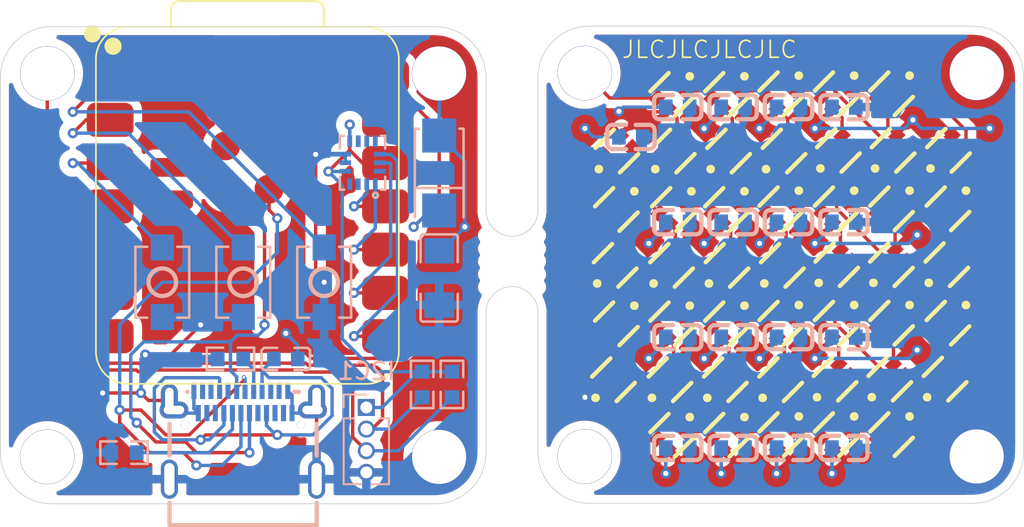
<source format=kicad_pcb>
(kicad_pcb (version 20241229) (generator "pcbnew") (generator_version "9.0")
  (layers (0 "F.Cu" signal) (2 "B.Cu" signal) (13 "F.Paste" user) (15 "B.Paste" user) (5 "F.SilkS" user "F.Silkscreen") (7 "B.SilkS" user "B.Silkscreen") (1 "F.Mask" user) (3 "B.Mask" user) (25 "Edge.Cuts" user))
  (net 0 "")
  (net 1 "GND")
  (net 2 "+5V")
  (net 3 "LED_IN")
  (net 4 "Net-(D1-K)")
  (net 5 "VBUS")
  (net 6 "Net-(LED1-DOUT)")
  (net 7 "Net-(LED2-DOUT)")
  (net 8 "Net-(LED3-DOUT)")
  (net 9 "Net-(LED4-DOUT)")
  (net 10 "Net-(LED5-DOUT)")
  (net 11 "Net-(LED6-DOUT)")
  (net 12 "Net-(LED7-DOUT)")
  (net 13 "Net-(LED8-DOUT)")
  (net 14 "Net-(LED10-DIN)")
  (net 15 "Net-(LED10-DOUT)")
  (net 16 "Net-(LED11-DOUT)")
  (net 17 "Net-(LED12-DOUT)")
  (net 18 "Net-(LED13-DOUT)")
  (net 19 "Net-(LED14-DOUT)")
  (net 20 "Net-(LED15-DOUT)")
  (net 21 "Net-(LED16-DOUT)")
  (net 22 "Net-(LED17-DOUT)")
  (net 23 "Net-(LED18-DOUT)")
  (net 24 "Net-(LED19-DOUT)")
  (net 25 "Net-(LED20-DOUT)")
  (net 26 "Net-(LED21-DOUT)")
  (net 27 "Net-(LED22-DOUT)")
  (net 28 "Net-(LED23-DOUT)")
  (net 29 "Net-(LED24-DOUT)")
  (net 30 "Net-(LED25-DOUT)")
  (net 31 "Net-(LED26-DOUT)")
  (net 32 "Net-(LED27-DOUT)")
  (net 33 "Net-(LED28-DOUT)")
  (net 34 "Net-(LED29-DOUT)")
  (net 35 "Net-(LED30-DOUT)")
  (net 36 "Net-(LED31-DOUT)")
  (net 37 "Net-(LED32-DOUT)")
  (net 38 "Net-(LED33-DOUT)")
  (net 39 "Net-(LED34-DOUT)")
  (net 40 "Net-(LED35-DOUT)")
  (net 41 "Net-(LED36-DOUT)")
  (net 42 "Net-(LED37-DOUT)")
  (net 43 "Net-(LED38-DOUT)")
  (net 44 "Net-(LED39-DOUT)")
  (net 45 "+3.3V")
  (net 46 "Net-(LED40-DOUT)")
  (net 47 "SCL")
  (net 48 "SDA")
  (net 49 "SCLK")
  (net 50 "MOSI")
  (net 51 "CS")
  (net 52 "MISO")
  (net 53 "Net-(LED41-DOUT)")
  (net 54 "USB_DP")
  (net 55 "USB_DN")
  (net 56 "Net-(LED42-DOUT)")
  (net 57 "Net-(U2-GPIO3_A2_D2)")
  (net 58 "Net-(U2-GPIO2_A1_D1)")
  (net 59 "Net-(U2-GPIO1_A0_D0)")
  (net 64 "Net-(LED43-DOUT)")
  (net 65 "Net-(LED44-DOUT)")
  (net 66 "Net-(USB1-CC1)")
  (net 67 "Net-(USB1-CC2)")
  (footprint "" (layer "F.Cu") (at 86.92 59.145)
    (property "Reference" "")
    (property "Value" "")
  )
  (footprint "easyeda:LED-SMD_4P-L1.6-W1.5_XL-1615RGBC-WS2812B-1" (layer "F.Cu") (at 104.379315 67.582132 45)
    (property "Reference" "LED36" (hide yes))
    (property "Value" "XL-1615RGBC-WS2812B" (hide yes))
  )
  (footprint "easyeda:LED-SMD_4P-L1.6-W1.5_XL-1615RGBC-WS2812B-1" (layer "F.Cu") (at 98.000635 50.87 -135)
    (property "Reference" "LED2" (hide yes))
    (property "Value" "XL-1615RGBC-WS2812B" (hide yes))
  )
  (footprint "easyeda:LED-SMD_4P-L1.6-W1.5_XL-1615RGBC-WS2812B-1" (layer "F.Cu") (at 98.038503 60.907868 45)
    (property "Reference" "LED24" (hide yes))
    (property "Value" "XL-1615RGBC-WS2812B" (hide yes))
  )
  (footprint "easyeda:LED-SMD_4P-L1.6-W1.5_XL-1615RGBC-WS2812B-1" (layer "F.Cu") (at 97.939975 67.62 45)
    (property "Reference" "LED38" (hide yes))
    (property "Value" "XL-1615RGBC-WS2812B" (hide yes))
  )
  (footprint "easyeda:LED-SMD_4P-L1.6-W1.5_XL-1615RGBC-WS2812B-1" (layer "F.Cu") (at 98.137031 54.195736 45)
    (property "Reference" "LED10" (hide yes))
    (property "Value" "XL-1615RGBC-WS2812B" (hide yes))
  )
  (footprint "" (layer "F.Cu") (at 86.921982 61.432605)
    (property "Reference" "")
    (property "Value" "")
  )
  (footprint "easyeda:LED-SMD_4P-L1.6-W1.5_XL-1615RGBC-WS2812B-1" (layer "F.Cu") (at 94.788503 50.87 -135)
    (property "Reference" "LED1" (hide yes))
    (property "Value" "XL-1615RGBC-WS2812B" (hide yes))
  )
  (footprint "easyeda:LED-SMD_4P-L1.6-W1.5_XL-1615RGBC-WS2812B-1" (layer "F.Cu") (at 111.000635 57.582132 -135)
    (property "Reference" "LED19" (hide yes))
    (property "Value" "XL-1615RGBC-WS2812B" (hide yes))
  )
  (footprint "easyeda:LED-SMD_4P-L1.6-W1.5_XL-1615RGBC-WS2812B-1" (layer "F.Cu") (at 101.189975 67.62 45)
    (property "Reference" "LED37" (hide yes))
    (property "Value" "XL-1615RGBC-WS2812B" (hide yes))
  )
  (footprint "" (layer "F.Cu") (at 86.92 59.92)
    (property "Reference" "")
    (property "Value" "")
  )
  (footprint "easyeda:LED-SMD_4P-L1.6-W1.5_XL-1615RGBC-WS2812B-1" (layer "F.Cu") (at 94.689975 67.62 45)
    (property "Reference" "LED39" (hide yes))
    (property "Value" "XL-1615RGBC-WS2812B" (hide yes))
  )
  (footprint "easyeda:LED-SMD_4P-L1.6-W1.5_XL-1615RGBC-WS2812B-1" (layer "F.Cu") (at 111.038503 54.157868 45)
    (property "Reference" "LED6" (hide yes))
    (property "Value" "XL-1615RGBC-WS2812B" (hide yes))
  )
  (footprint "easyeda:LED-SMD_4P-L1.6-W1.5_XL-1615RGBC-WS2812B-1" (layer "F.Cu") (at 104.439975 70.832132 -135)
    (property "Reference" "LED44" (hide yes))
    (property "Value" "XL-1615RGBC-WS2812B" (hide yes))
  )
  (footprint "easyeda:LED-SMD_4P-L1.6-W1.5_XL-1615RGBC-WS2812B-1" (layer "F.Cu") (at 107.689975 57.582132 -135)
    (property "Reference" "LED18" (hide yes))
    (property "Value" "XL-1615RGBC-WS2812B" (hide yes))
  )
  (footprint "easyeda:LED-SMD_4P-L1.6-W1.5_XL-1615RGBC-WS2812B-1" (layer "F.Cu") (at 101.387031 54.195736 45)
    (property "Reference" "LED9" (hide yes))
    (property "Value" "XL-1615RGBC-WS2812B" (hide yes))
  )
  (footprint "easyeda:LED-SMD_4P-L1.6-W1.5_XL-1615RGBC-WS2812B-1" (layer "F.Cu") (at 104.477843 60.87 45)
    (property "Reference" "LED22" (hide yes))
    (property "Value" "XL-1615RGBC-WS2812B" (hide yes))
  )
  (footprint "easyeda:LED-SMD_4P-L1.6-W1.5_XL-1615RGBC-WS2812B-1" (layer "F.Cu") (at 107.591447 67.582132 45)
    (property "Reference" "LED35" (hide yes))
    (property "Value" "XL-1615RGBC-WS2812B" (hide yes))
  )
  (footprint "easyeda:LED-SMD_4P-L1.6-W1.5_XL-1615RGBC-WS2812B-1" (layer "F.Cu") (at 101.189975 50.832132 -135)
    (property "Reference" "LED3" (hide yes))
    (property "Value" "XL-1615RGBC-WS2812B" (hide yes))
  )
  (footprint "easyeda:LED-SMD_4P-L1.6-W1.5_XL-1615RGBC-WS2812B-1" (layer "F.Cu") (at 107.689975 50.832132 -135)
    (property "Reference" "LED5" (hide yes))
    (property "Value" "XL-1615RGBC-WS2812B" (hide yes))
  )
  (footprint "easyeda:LED-SMD_4P-L1.6-W1.5_XL-1615RGBC-WS2812B-1" (layer "F.Cu") (at 110.939975 60.87 45)
    (property "Reference" "LED20" (hide yes))
    (property "Value" "XL-1615RGBC-WS2812B" (hide yes))
  )
  (footprint "easyeda:LED-SMD_4P-L1.6-W1.5_XL-1615RGBC-WS2812B-1" (layer "F.Cu") (at 101.189975 70.832132 -135)
    (property "Reference" "LED43" (hide yes))
    (property "Value" "XL-1615RGBC-WS2812B" (hide yes))
  )
  (footprint "easyeda:LED-SMD_4P-L1.6-W1.5_XL-1615RGBC-WS2812B-1" (layer "F.Cu") (at 91.379315 67.62 45)
    (property "Reference" "LED40" (hide yes))
    (property "Value" "XL-1615RGBC-WS2812B" (hide yes))
  )
  (footprint "easyeda:LED-SMD_4P-L1.6-W1.5_XL-1615RGBC-WS2812B-1" (layer "F.Cu") (at 94.788503 60.907868 45)
    (property "Reference" "LED25" (hide yes))
    (property "Value" "XL-1615RGBC-WS2812B" (hide yes))
  )
  (footprint "easyeda:LED-SMD_4P-L1.6-W1.5_XL-1615RGBC-WS2812B-1" (layer "F.Cu") (at 94.887031 54.195736 45)
    (property "Reference" "LED11" (hide yes))
    (property "Value" "XL-1615RGBC-WS2812B" (hide yes))
  )
  (footprint "" (layer "F.Cu") (at 83.92 59.145)
    (property "Reference" "")
    (property "Value" "")
  )
  (footprint "" (layer "F.Cu") (at 83.92 60.67)
    (property "Reference" "")
    (property "Value" "")
  )
  (footprint "easyeda:LED-SMD_4P-L1.6-W1.5_XL-1615RGBC-WS2812B-1" (layer "F.Cu") (at 91.538503 64.332132 -135)
    (property "Reference" "LED27" (hide yes))
    (property "Value" "XL-1615RGBC-WS2812B" (hide yes))
  )
  (footprint "easyeda:LED-SMD_4P-L1.6-W1.5_XL-1615RGBC-WS2812B-1" (layer "F.Cu") (at 107.689975 60.87 45)
    (property "Reference" "LED21" (hide yes))
    (property "Value" "XL-1615RGBC-WS2812B" (hide yes))
  )
  (footprint "" (layer "F.Cu") (at 83.92 59.92)
    (property "Reference" "")
    (property "Value" "")
  )
  (footprint "easyeda:LED-SMD_4P-L1.6-W1.5_XL-1615RGBC-WS2812B-1" (layer "F.Cu") (at 91.538503 57.62 -135)
    (property "Reference" "LED13" (hide yes))
    (property "Value" "XL-1615RGBC-WS2812B" (hide yes))
  )
  (footprint "" (layer "F.Cu") (at 86.921982 62.182713)
    (property "Reference" "")
    (property "Value" "")
  )
  (footprint "easyeda:LED-SMD_4P-L1.6-W1.5_XL-1615RGBC-WS2812B-1" (layer "F.Cu") (at 91.576371 54.195736 45)
    (property "Reference" "LED12" (hide yes))
    (property "Value" "XL-1615RGBC-WS2812B" (hide yes))
  )
  (footprint "" (layer "F.Cu") (at 83.92 61.42)
    (property "Reference" "")
    (property "Value" "")
  )
  (footprint "easyeda:LED-SMD_4P-L1.6-W1.5_XL-1615RGBC-WS2812B-1" (layer "F.Cu") (at 94.887031 57.62 -135)
    (property "Reference" "LED14" (hide yes))
    (property "Value" "XL-1615RGBC-WS2812B" (hide yes))
  )
  (footprint "easyeda:LED-SMD_4P-L1.6-W1.5_XL-1615RGBC-WS2812B-1" (layer "F.Cu") (at 111.000635 64.294264 -135)
    (property "Reference" "LED33" (hide yes))
    (property "Value" "XL-1615RGBC-WS2812B" (hide yes))
  )
  (footprint "easyeda:LED-SMD_4P-L1.6-W1.5_XL-1615RGBC-WS2812B-1" (layer "F.Cu") (at 110.841447 67.582132 45)
    (property "Reference" "LED34" (hide yes))
    (property "Value" "XL-1615RGBC-WS2812B" (hide yes))
  )
  (footprint "easyeda:LED-SMD_4P-L1.6-W1.5_XL-1615RGBC-WS2812B-1" (layer "F.Cu") (at 98.000635 57.62 -135)
    (property "Reference" "LED15" (hide yes))
    (property "Value" "XL-1615RGBC-WS2812B" (hide yes))
  )
  (footprint "" (layer "F.Cu") (at 83.920824 62.181219)
    (property "Reference" "")
    (property "Value" "")
  )
  (footprint "" (layer "F.Cu") (at 86.92 60.67)
    (property "Reference" "")
    (property "Value" "")
  )
  (footprint "easyeda:LED-SMD_4P-L1.6-W1.5_XL-1615RGBC-WS2812B-1" (layer "F.Cu") (at 107.788503 54.157868 45)
    (property "Reference" "LED7" (hide yes))
    (property "Value" "XL-1615RGBC-WS2812B" (hide yes))
  )
  (footprint "easyeda:LED-SMD_4P-L1.6-W1.5_XL-1615RGBC-WS2812B-1" (layer "F.Cu") (at 104.439975 50.832132 -135)
    (property "Reference" "LED4" (hide yes))
    (property "Value" "XL-1615RGBC-WS2812B" (hide yes))
  )
  (footprint "easyeda:LED-SMD_4P-L1.6-W1.5_XL-1615RGBC-WS2812B-1" (layer "F.Cu") (at 101.189975 64.294264 -135)
    (property "Reference" "LED30" (hide yes))
    (property "Value" "XL-1615RGBC-WS2812B" (hide yes))
  )
  (footprint "easyeda:LED-SMD_4P-L1.6-W1.5_XL-1615RGBC-WS2812B-1" (layer "F.Cu") (at 94.788503 70.87 -135)
    (property "Reference" "LED41" (hide yes))
    (property "Value" "XL-1615RGBC-WS2812B" (hide yes))
  )
  (footprint "easyeda:LED-SMD_4P-L1.6-W1.5_XL-1615RGBC-WS2812B-1" (layer "F.Cu") (at 104.439975 64.294264 -135)
    (property "Reference" "LED31" (hide yes))
    (property "Value" "XL-1615RGBC-WS2812B" (hide yes))
  )
  (footprint "easyeda:LED-SMD_4P-L1.6-W1.5_XL-1615RGBC-WS2812B-1" (layer "F.Cu") (at 104.576371 54.157868 45)
    (property "Reference" "LED8" (hide yes))
    (property "Value" "XL-1615RGBC-WS2812B" (hide yes))
  )
  (footprint "easyeda:LED-SMD_4P-L1.6-W1.5_XL-1615RGBC-WS2812B-1" (layer "F.Cu") (at 98.000635 64.332132 -135)
    (property "Reference" "LED29" (hide yes))
    (property "Value" "XL-1615RGBC-WS2812B" (hide yes))
  )
  (footprint "easyeda:LED-SMD_4P-L1.6-W1.5_XL-1615RGBC-WS2812B-1" (layer "F.Cu") (at 104.439975 57.582132 -135)
    (property "Reference" "LED17" (hide yes))
    (property "Value" "XL-1615RGBC-WS2812B" (hide yes))
  )
  (footprint "easyeda:LED-SMD_4P-L1.6-W1.5_XL-1615RGBC-WS2812B-1" (layer "F.Cu") (at 94.788503 64.332132 -135)
    (property "Reference" "LED28" (hide yes))
    (property "Value" "XL-1615RGBC-WS2812B" (hide yes))
  )
  (footprint "easyeda:LED-SMD_4P-L1.6-W1.5_XL-1615RGBC-WS2812B-1" (layer "F.Cu") (at 98.000635 70.87 -135)
    (property "Reference" "LED42" (hide yes))
    (property "Value" "XL-1615RGBC-WS2812B" (hide yes))
  )
  (footprint "Seeed Studio XIAO Series Library:XIAO-ESP32S3-SMD" (layer "F.Cu") (at 69.895 57.395)
    (property "Reference" "U2" (hide yes))
    (property "Value" "XIAO-ESP32-S3-SMD")
  )
  (footprint "easyeda:LED-SMD_4P-L1.6-W1.5_XL-1615RGBC-WS2812B-1" (layer "F.Cu") (at 107.689975 64.294264 -135)
    (property "Reference" "LED32" (hide yes))
    (property "Value" "XL-1615RGBC-WS2812B" (hide yes))
  )
  (footprint "easyeda:LED-SMD_4P-L1.6-W1.5_XL-1615RGBC-WS2812B-1" (layer "F.Cu") (at 101.288503 60.907868 45)
    (property "Reference" "LED23" (hide yes))
    (property "Value" "XL-1615RGBC-WS2812B" (hide yes))
  )
  (footprint "easyeda:LED-SMD_4P-L1.6-W1.5_XL-1615RGBC-WS2812B-1" (layer "F.Cu") (at 107.689975 70.832132 -135)
    (property "Reference" "LED45" (hide yes))
    (property "Value" "XL-1615RGBC-WS2812B" (hide yes))
  )
  (footprint "easyeda:LED-SMD_4P-L1.6-W1.5_XL-1615RGBC-WS2812B-1" (layer "F.Cu") (at 91.477843 60.907868 45)
    (property "Reference" "LED26" (hide yes))
    (property "Value" "XL-1615RGBC-WS2812B" (hide yes))
  )
  (footprint "easyeda:LED-SMD_4P-L1.6-W1.5_XL-1615RGBC-WS2812B-1" (layer "F.Cu") (at 101.189975 57.582132 -135)
    (property "Reference" "LED16" (hide yes))
    (property "Value" "XL-1615RGBC-WS2812B" (hide yes))
  )
  (footprint "easyeda:C0603" (layer "B.Cu") (at 98.395 51.62 180)
    (property "Reference" "C30" (hide yes))
    (property "Value" "4.7nF" (hide yes))
  )
  (footprint "easyeda:C0603" (layer "B.Cu") (at 95.145 71.62 180)
    (property "Reference" "C37" (hide yes))
    (property "Value" "4.7nF" (hide yes))
  )
  (footprint "easyeda:C0603" (layer "B.Cu") (at 95.145 58.37 180)
    (property "Reference" "C35" (hide yes))
    (property "Value" "4.7nF" (hide yes))
  )
  (footprint "easyeda:USB-C-SMD_TYPE-C-24P-QT" (layer "B.Cu") (at 69.63 70.865 180)
    (property "Reference" "USB1" (hide yes))
    (property "Value" "TYPE-C 24P QT" (hide yes))
  )
  (footprint "Connector_PinSocket_1.27mm:PinSocket_1x04_P1.27mm_Vertical" (layer "B.Cu") (at 76.87 69.245 180)
    (property "Reference" "I2C1")
    (property "Value" "Conn_01x04_Socket" (hide yes))
  )
  (footprint "easyeda:C0603" (layer "B.Cu") (at 104.895 51.62 180)
    (property "Reference" "C22" (hide yes))
    (property "Value" "22uF" (hide yes))
  )
  (footprint "easyeda:R0603" (layer "B.Cu") (at 62.645 71.895)
    (property "Reference" "R6" (hide yes))
    (property "Value" "5.1k" (hide yes))
  )
  (footprint "easyeda:R0603" (layer "B.Cu") (at 68.895 66.395 180)
    (property "Reference" "R5" (hide yes))
    (property "Value" "5.1k" (hide yes))
  )
  (footprint "easyeda:C0603" (layer "B.Cu") (at 101.645 51.62 180)
    (property "Reference" "C26" (hide yes))
    (property "Value" "4.7nF" (hide yes))
  )
  (footprint "easyeda:C0603" (layer "B.Cu") (at 92.395 53.37 180)
    (property "Reference" "C38" (hide yes))
    (property "Value" "4.7nF" (hide yes))
  )
  (footprint "easyeda:SW-SMD_L4.0-W2.9-LS5.0" (layer "B.Cu") (at 69.645 61.895 90)
    (property "Reference" "SW2" (hide yes))
    (property "Value" "TS342A2P-WZ" (hide yes))
  )
  (footprint "easyeda:LGA-14_L3.0-W2.5-P0.50-TL" (layer "B.Cu") (at 76.645 54.88 90)
    (property "Reference" "U3" (hide yes))
    (property "Value" "LSM6DS3TR-C" (hide yes))
  )
  (footprint "easyeda:SMA_L4.3-W2.6-LS5.2-RD" (layer "B.Cu") (at 81.145 55.485 90)
    (property "Reference" "D1" (hide yes))
    (property "Value" "Schottky Diode" (hide yes))
  )
  (footprint "easyeda:C0603" (layer "B.Cu") (at 98.395 65.12 180)
    (property "Reference" "C32" (hide yes))
    (property "Value" "4.7nF" (hide yes))
  )
  (footprint "easyeda:SW-SMD_L4.0-W2.9-LS5.0" (layer "B.Cu") (at 64.895 61.895 90)
    (property "Reference" "SW3" (hide yes))
    (property "Value" "TS342A2P-WZ" (hide yes))
  )
  (footprint "easyeda:R0603" (layer "B.Cu") (at 81.895 67.895 90)
    (property "Reference" "R4" (hide yes))
    (property "Value" "1.2k" (hide yes))
  )
  (footprint "easyeda:C0603" (layer "B.Cu") (at 95.145 51.62 180)
    (property "Reference" "C34" (hide yes))
    (property "Value" "4.7nF" (hide yes))
  )
  (footprint "easyeda:C0603" (layer "B.Cu") (at 101.645 58.37 180)
    (property "Reference" "C27" (hide yes))
    (property "Value" "4.7nF" (hide yes))
  )
  (footprint "easyeda:C0603" (layer "B.Cu") (at 101.645 71.62 180)
    (property "Reference" "C29" (hide yes))
    (property "Value" "4.7nF" (hide yes))
  )
  (footprint "easyeda:SW-SMD_L4.0-W2.9-LS5.0" (layer "B.Cu") (at 74.395 61.895 90)
    (property "Reference" "SW1" (hide yes))
    (property "Value" "TS342A2P-WZ" (hide yes))
  )
  (footprint "easyeda:C0603" (layer "B.Cu") (at 101.645 65.12 180)
    (property "Reference" "C28" (hide yes))
    (property "Value" "4.7nF" (hide yes))
  )
  (footprint "easyeda:C0603" (layer "B.Cu") (at 104.895 65.12 180)
    (property "Reference" "C24" (hide yes))
    (property "Value" "4.7nF" (hide yes))
  )
  (footprint "easyeda:C1206" (layer "B.Cu") (at 81.145 61.645 90)
    (property "Reference" "C2" (hide yes))
    (property "Value" "100uF" (hide yes))
  )
  (footprint "easyeda:C0603" (layer "B.Cu") (at 98.395 58.37 180)
    (property "Reference" "C31" (hide yes))
    (property "Value" "4.7nF" (hide yes))
  )
  (footprint "easyeda:C0603" (layer "B.Cu") (at 95.145 65.12 180)
    (property "Reference" "C36" (hide yes))
    (property "Value" "4.7nF" (hide yes))
  )
  (footprint "easyeda:R0603" (layer "B.Cu") (at 80.145 67.895 90)
    (property "Reference" "R3" (hide yes))
    (property "Value" "1.2k" (hide yes))
  )
  (footprint "easyeda:L0603" (layer "B.Cu") (at 72.145 66.395)
    (property "Reference" "L1" (hide yes))
    (property "Value" "Ferrite Bead" (hide yes))
  )
  (footprint "easyeda:C0603" (layer "B.Cu") (at 104.895 71.62 180)
    (property "Reference" "C25" (hide yes))
    (property "Value" "4.7nF" (hide yes))
  )
  (footprint "easyeda:C0603" (layer "B.Cu") (at 98.395 71.62 180)
    (property "Reference" "C33" (hide yes))
    (property "Value" "4.7nF" (hide yes))
  )
  (footprint "easyeda:C0603" (layer "B.Cu") (at 104.895 58.37 180)
    (property "Reference" "C23" (hide yes))
    (property "Value" "4.7nF" (hide yes))
  )
  (gr_arc (start 86.945 49.87) (mid 87.82368 47.74868) (end 89.945 46.87) (stroke (width 0.05)) (layer "Edge.Cuts"))
  (gr_line (start 80.895 74.895) (end 58.395 74.895) (stroke (width 0.05)) (layer "Edge.Cuts"))
  (gr_arc (start 80.895 46.895) (mid 83.01632 47.77368) (end 83.895 49.895) (stroke (width 0.05)) (layer "Edge.Cuts"))
  (gr_line (start 89.945 46.87) (end 112.445 46.87) (stroke (width 0.05)) (layer "Edge.Cuts"))
  (gr_arc (start 83.895 63.67) (mid 85.42 62.145) (end 86.945 63.67) (stroke (width 0.05)) (layer "Edge.Cuts"))
  (gr_arc (start 86.945819 57.67) (mid 85.42 59.195819) (end 83.894181 57.67) (stroke (width 0.05)) (layer "Edge.Cuts"))
  (gr_arc (start 115.445 71.87) (mid 114.56632 73.99132) (end 112.445 74.87) (stroke (width 0.05)) (layer "Edge.Cuts"))
  (gr_line (start 83.895 63.67) (end 83.895 71.895) (stroke (width 0.05)) (layer "Edge.Cuts"))
  (gr_line (start 55.395 71.895) (end 55.395 49.895) (stroke (width 0.05)) (layer "Edge.Cuts"))
  (gr_line (start 112.445 74.87) (end 89.945 74.87) (stroke (width 0.05)) (layer "Edge.Cuts"))
  (gr_arc (start 55.395 49.895) (mid 56.27368 47.77368) (end 58.395 46.895) (stroke (width 0.05)) (layer "Edge.Cuts"))
  (gr_line (start 86.945819 57.67) (end 86.945819 49.87) (stroke (width 0.05)) (layer "Edge.Cuts"))
  (gr_arc (start 83.895 71.895) (mid 83.01632 74.01632) (end 80.895 74.895) (stroke (width 0.05)) (layer "Edge.Cuts"))
  (gr_line (start 83.895 49.895) (end 83.895 57.67) (stroke (width 0.05)) (layer "Edge.Cuts"))
  (gr_line (start 58.395 46.895) (end 80.895 46.895) (stroke (width 0.05)) (layer "Edge.Cuts"))
  (gr_arc (start 89.945 74.87) (mid 87.82368 73.99132) (end 86.945 71.87) (stroke (width 0.05)) (layer "Edge.Cuts"))
  (gr_line (start 115.445 49.87) (end 115.445 71.87) (stroke (width 0.05)) (layer "Edge.Cuts"))
  (gr_line (start 86.945 71.87) (end 86.945 63.67) (stroke (width 0.05)) (layer "Edge.Cuts"))
  (gr_arc (start 112.445 46.87) (mid 114.56632 47.74868) (end 115.445 49.87) (stroke (width 0.05)) (layer "Edge.Cuts"))
  (gr_arc (start 58.395 74.895) (mid 56.27368 74.01632) (end 55.395 71.895) (stroke (width 0.05)) (layer "Edge.Cuts"))
  (gr_text "JLCJLCJLCJLC" (at 91.795 48.82 0) (layer "F.SilkS") (effects (font (size 1 1) (thickness 0.1)) (justify left bottom)))
  (via (at 89.689975 72.12) (size 3.2) (drill 3.175) (layers "F.Cu" "B.Cu") (net 0))
  (via (at 58.139975 72.145) (size 3.2) (drill 3.175) (layers "F.Cu" "B.Cu") (net 0))
  (segment (start 104.652107 69.983604) (end 104.652107 68.915584) (width 0.2) (layer "F.Cu") (net 1))
  (segment (start 96.826371 69.37) (end 97.727843 68.468528) (width 0.2) (layer "F.Cu") (net 1))
  (segment (start 95.099163 55.468528) (end 94.674899 55.044264) (width 0.2) (layer "F.Cu") (net 1))
  (segment (start 91.750635 56.771472) (end 93.300587 55.22152) (width 0.2) (layer "F.Cu") (net 1))
  (segment (start 95.283478 63.200761) (end 96.382006 63.200761) (width 0.2) (layer "F.Cu") (net 1))
  (segment (start 96.480534 56.488629) (end 97.924899 55.044264) (width 0.2) (layer "F.Cu") (net 1))
  (segment (start 96.382006 63.200761) (end 97.826371 61.756396) (width 0.2) (layer "F.Cu") (net 1))
  (segment (start 91.750635 62.24132) (end 91.265711 61.756396) (width 0.2) (layer "F.Cu") (net 1))
  (segment (start 101.402107 68.892792) (end 100.977843 68.468528) (width 0.2) (layer "F.Cu") (net 1))
  (segment (start 98.49561 63.200761) (end 99.632006 63.200761) (width 0.2) (layer "F.Cu") (net 1))
  (segment (start 98.49561 69.738629) (end 99.707742 69.738629) (width 0.2) (layer "F.Cu") (net 1))
  (segment (start 110.629315 70.05934) (end 110.629315 68.43066) (width 0.2) (layer "F.Cu") (net 1))
  (segment (start 107.902107 69.983604) (end 108.471225 69.414486) (width 0.2) (layer "F.Cu") (net 1))
  (segment (start 104.652107 68.915584) (end 104.167183 68.43066) (width 0.2) (layer "F.Cu") (net 1))
  (segment (start 107.902107 68.953452) (end 107.379315 68.43066) (width 0.2) (layer "F.Cu") (net 1))
  (segment (start 81.139975 72.145) (end 80.229975 73.055) (width 0.2) (layer "F.Cu") (net 1))
  (segment (start 91.750635 56.771472) (end 91.750635 55.43066) (width 0.2) (layer "F.Cu") (net 1))
  (segment (start 63.895 66.145) (end 65.395 66.145) (width 0.2) (layer "F.Cu") (net 1))
  (segment (start 73.95 69.635) (end 73.71 69.395) (width 0.2) (layer "F.Cu") (net 1))
  (segment (start 95.000635 70.021472) (end 95.000635 68.99132) (width 0.2) (layer "F.Cu") (net 1))
  (segment (start 98.212767 68.953452) (end 97.727843 68.468528) (width 0.2) (layer "F.Cu") (net 1))
  (segment (start 107.576371 55.006396) (end 107.753627 54.82914) (width 0.2) (layer "F.Cu") (net 1))
  (segment (start 107.902107 62.142792) (end 107.477843 61.718528) (width 0.2) (layer "F.Cu") (net 1))
  (segment (start 112.689975 72.12) (end 110.629315 70.05934) (width 0.2) (layer "F.Cu") (net 1))
  (segment (start 107.379315 68.43066) (end 107.556571 68.253404) (width 0.2) (layer "F.Cu") (net 1))
  (segment (start 73.895 61.395) (end 73.895 54.395) (width 0.2) (layer "F.Cu") (net 1))
  (segment (start 104.652107 63.445736) (end 104.652107 62.104924) (width 0.2) (layer "F.Cu") (net 1))
  (segment (start 95.000635 62.18066) (end 94.576371 61.756396) (width 0.2) (layer "F.Cu") (net 1))
  (segment (start 102.919874 56.450761) (end 104.364239 55.006396) (width 0.2) (layer "F.Cu") (net 1))
  (segment (start 111.212767 63.445736) (end 111.212767 62.203452) (width 0.2) (layer "F.Cu") (net 1))
  (segment (start 102.977843 69.62) (end 104.167183 68.43066) (width 0.2) (layer "F.Cu") (net 1))
  (segment (start 73.95 73.455) (end 73.95 69.635) (width 0.2) (layer "F.Cu") (net 1))
  (segment (start 107.902107 55.332132) (end 107.576371 55.006396) (width 0.2) (layer "F.Cu") (net 1))
  (segment (start 104.474851 56.91086) (end 104.652107 56.733604) (width 0.2) (layer "F.Cu") (net 1))
  (segment (start 108.18495 56.450761) (end 109.382006 56.450761) (width 0.2) (layer "F.Cu") (net 1))
  (segment (start 104.652107 49.983604) (end 104.93495 49.700761) (width 0.2) (layer "F.Cu") (net 1))
  (segment (start 93.212767 63.12) (end 94.576371 61.756396) (width 0.2) (layer "F.Cu") (net 1))
  (segment (start 91.750635 63.483604) (end 91.750635 62.24132) (width 0.2) (layer "F.Cu") (net 1))
  (segment (start 91.750635 63.483604) (end 92.114239 63.12) (width 0.2) (layer "F.Cu") (net 1))
  (segment (start 95.000635 63.483604) (end 95.000635 62.18066) (width 0.2) (layer "F.Cu") (net 1))
  (segment (start 98.212767 63.483604) (end 98.49561 63.200761) (width 0.2) (layer "F.Cu") (net 1))
  (segment (start 64.085 68.835) (end 63.645 68.395) (width 0.2) (layer "F.Cu") (net 1))
  (segment (start 63.645 68.395) (end 61.395 68.395) (width 0.2) (layer "F.Cu") (net 1))
  (segment (start 99.632006 63.200761) (end 101.076371 61.756396) (width 0.2) (layer "F.Cu") (net 1))
  (segment (start 101.402107 56.733604) (end 101.68495 56.450761) (width 0.2) (layer "F.Cu") (net 1))
  (segment (start 89.695 68.645784) (end 90.989927 68.645784) (width 0.2) (layer "F.Cu") (net 1))
  (segment (start 99.730534 56.488629) (end 101.174899 55.044264) (width 0.2) (layer "F.Cu") (net 1))
  (segment (start 101.68495 56.450761) (end 102.919874 56.450761) (width 0.2) (layer "F.Cu") (net 1))
  (segment (start 107.655099 61.541272) (end 107.655099 60.765828) (width 0.2) (layer "F.Cu") (net 1))
  (segment (start 101.402107 63.445736) (end 101.402107 62.082132) (width 0.2) (layer "F.Cu") (net 1))
  (segment (start 107.902107 56.733604) (end 108.18495 56.450761) (width 0.2) (layer "F.Cu") (net 1))
  (segment (start 98.212767 63.483604) (end 98.212767 62.142792) (width 0.2) (layer "F.Cu") (net 1))
  (segment (start 104.652107 69.983604) (end 104.93495 69.700761) (width 0.2) (layer "F.Cu") (net 1))
  (segment (start 101.402107 55.271472) (end 101.174899 55.044264) (width 0.2) (layer "F.Cu") (net 1))
  (segment (start 104.369264 63.728579) (end 104.652107 63.445736) (width 0.2) (layer "F.Cu") (net 1))
  (segment (start 101.402107 69.983604) (end 101.402107 68.892792) (width 0.2) (layer "F.Cu") (net 1))
  (segment (start 98.49561 49.738629) (end 101.157132 49.738629) (width 0.2) (layer "F.Cu") (net 1))
  (segment (start 101.402107 63.445736) (end 101.68495 63.162893) (width 0.2) (layer "F.Cu") (net 1))
  (segment (start 76.986636 51.35) (end 77.998636 52.362) (width 0.2) (layer "F.Cu") (net 1))
  (segment (start 111.212767 55.392792) (end 110.826371 55.006396) (width 0.2) (layer "F.Cu") (net 1))
  (segment (start 101.402107 49.983604) (end 101.68495 49.700761) (width 0.2) (layer "F.Cu") (net 1))
  (segment (start 95.000635 63.483604) (end 95.283478 63.200761) (width 0.2) (layer "F.Cu") (net 1))
  (segment (start 104.369264 49.700761) (end 104.652107 49.983604) (width 0.2) (layer "F.Cu") (net 1))
  (segment (start 106.033478 63.162893) (end 107.477843 61.718528) (width 0.2) (layer "F.Cu") (net 1))
  (segment (start 98.212767 56.771472) (end 98.212767 55.332132) (width 0.2) (layer "F.Cu") (net 1))
  (segment (start 101.68495 63.162893) (end 102.821346 63.162893) (width 0.2) (layer "F.Cu") (net 1))
  (segment (start 107.902107 56.733604) (end 107.902107 55.332132) (width 0.2) (layer "F.Cu") (net 1))
  (segment (start 107.902107 69.983604) (end 107.902107 68.953452) (width 0.2) (layer "F.Cu") (net 1))
  (segment (start 65.31 69.665) (end 65.58 69.395) (width 0.2) (layer "F.Cu") (net 1))
  (segment (start 95.000635 50.021472) (end 95.283478 49.738629) (width 0.2) (layer "F.Cu") (net 1))
  (segment (start 98.212767 55.332132) (end 97.924899 55.044264) (width 0.2) (layer "F.Cu") (net 1))
  (segment (start 104.652107 62.104924) (end 104.265711 61.718528) (width 0.2) (layer "F.Cu") (net 1))
  (segment (start 109.283478 63.162893) (end 110.727843 61.718528) (width 0.2) (layer "F.Cu") (net 1))
  (segment (start 101.402107 69.983604) (end 101.765711 69.62) (width 0.2) (layer "F.Cu") (net 1))
  (segment (start 104.652107 63.445736) (end 104.93495 63.162893) (width 0.2) (layer "F.Cu") (net 1))
  (segment (start 101.402107 56.733604) (end 101.402107 55.271472) (width 0.2) (layer "F.Cu") (net 1))
  (segment (start 65.395 66.145) (end 67.145 64.395) (width 0.2) (layer "F.Cu") (net 1))
  (segment (start 101.402107 62.082132) (end 101.076371 61.756396) (width 0.2) (layer "F.Cu") (net 1))
  (segment (start 73.895 51.35) (end 76.986636 51.35) (width 0.2) (layer "F.Cu") (net 1))
  (segment (start 104.652107 56.733604) (end 104.652107 55.294264) (width 0.2) (layer "F.Cu") (net 1))
  (segment (start 73.895 54.395) (end 73.895 51.35) (width 0.2) (layer "F.Cu") (net 1))
  (segment (start 98.212767 50.021472) (end 98.49561 49.738629) (width 0.2) (layer "F.Cu") (net 1))
  (segment (start 111.212767 62.203452) (end 110.727843 61.718528) (width 0.2) (layer "F.Cu") (net 1))
  (segment (start 98.49561 56.488629) (end 99.730534 56.488629) (width 0.2) (layer "F.Cu") (net 1))
  (segment (start 97.929924 49.738629) (end 98.212767 50.021472) (width 0.2) (layer "F.Cu") (net 1))
  (segment (start 107.902107 63.445736) (end 108.18495 63.162893) (width 0.2) (layer "F.Cu") (net 1))
  (segment (start 104.474851 57.58558) (end 104.474851 56.91086) (width 0.2) (layer "F.Cu") (net 1))
  (segment (start 92.114239 63.12) (end 93.212767 63.12) (width 0.2) (layer "F.Cu") (net 1))
  (segment (start 104.652107 56.733604) (end 106.015711 55.37) (width 0.2) (layer "F.Cu") (net 1))
  (segment (start 95.000635 68.99132) (end 94.477843 68.468528) (width 0.2) (layer "F.Cu") (net 1))
  (segment (start 104.93495 69.700761) (end 106.109214 69.700761) (width 0.2) (layer "F.Cu") (net 1))
  (segment (start 98.212767 70.021472) (end 98.49561 69.738629) (width 0.2) (layer "F.Cu") (net 1))
  (segment (start 107.753627 54.82914) (end 107.753627 54.076488) (width 0.2) (layer "F.Cu") (net 1))
  (segment (start 109.382006 56.450761) (end 110.826371 55.006396) (width 0.2) (layer "F.Cu") (net 1))
  (segment (start 104.369264 50.692125) (end 104.369264 50.266447) (width 0.2) (layer "F.Cu") (net 1))
  (segment (start 95.652107 69.37) (end 96.826371 69.37) (width 0.2) (layer "F.Cu") (net 1))
  (segment (start 107.212767 55.37) (end 107.576371 55.006396) (width 0.2) (layer "F.Cu") (net 1))
  (segment (start 91.750635 55.43066) (end 91.364239 55.044264) (width 0.2) (layer "F.Cu") (net 1))
  (segment (start 104.93495 63.162893) (end 106.033478 63.162893) (width 0.2) (layer "F.Cu") (net 1))
  (segment (start 98.212767 70.021472) (end 98.212767 68.953452) (width 0.2) (layer "F.Cu") (net 1))
  (segment (start 101.68495 49.700761) (end 104.369264 49.700761) (width 0.2) (layer "F.Cu") (net 1))
  (segment (start 101.157132 49.738629) (end 101.402107 49.983604) (width 0.2) (layer "F.Cu") (net 1))
  (segment (start 80.229975 73.055) (end 76.87 73.055) (width 0.2) (layer "F.Cu") (net 1))
  (segment (start 95.000635 70.021472) (end 95.652107 69.37) (width 0.2) (layer "F.Cu") (net 1))
  (segment (start 107.655099 60.765828) (end 104.474851 57.58558) (width 0.2) (layer "F.Cu") (net 1))
  (segment (start 107.556571 67.47796) (end 104.369264 64.290653) (width 0.2) (layer "F.Cu") (net 1))
  (segment (start 104.93495 49.700761) (end 107.619264 49.700761) (width 0.2) (layer "F.Cu") (net 1))
  (segment (start 108.18495 63.162893) (end 109.283478 63.162893) (width 0.2) (layer "F.Cu") (net 1))
  (segment (start 107.902107 63.445736) (end 107.902107 62.142792) (width 0.2) (layer "F.Cu") (net 1))
  (segment (start 102.821346 63.162893) (end 104.265711 61.718528) (width 0.2) (layer "F.Cu") (net 1))
  (segment (start 99.707742 69.738629) (end 100.977843 68.468528) (width 0.2) (layer "F.Cu") (net 1))
  (segment (start 107.477843 61.718528) (end 107.655099 61.541272) (width 0.2) (layer "F.Cu") (net 1))
  (segment (start 93.300587 55.22152) (end 94.497643 55.22152) (width 0.2) (layer "F.Cu") (net 1))
  (segment (start 104.369264 64.290653) (end 104.369264 63.728579) (width 0.2) (layer "F.Cu") (net 1))
  (segment (start 71.158636 51.35) (end 73.895 51.35) (width 0.2) (layer "F.Cu") (net 1))
  (segment (start 108.471225 69.414486) (end 109.645489 69.414486) (width 0.2) (layer "F.Cu") (net 1))
  (segment (start 107.556571 68.253404) (end 107.556571 67.47796) (width 0.2) (layer "F.Cu") (net 1))
  (segment (start 94.497643 55.22152) (end 94.674899 55.044264) (width 0.2) (layer "F.Cu") (net 1))
  (segment (start 106.015711 55.37) (end 107.212767 55.37) (width 0.2) (layer "F.Cu") (net 1))
  (segment (start 109.645489 69.414486) (end 110.629315 68.43066) (width 0.2) (layer "F.Cu") (net 1))
  (segment (start 104.652107 55.294264) (end 104.364239 55.006396) (width 0.2) (layer "F.Cu") (net 1))
  (segment (start 95.283478 49.738629) (end 97.929924 49.738629) (width 0.2) (layer "F.Cu") (net 1))
  (segment (start 104.369264 50.266447) (end 104.652107 49.983604) (width 0.2) (layer "F.Cu") (net 1))
  (segment (start 95.099163 56.771472) (end 95.382006 56.488629) (width 0.2) (layer "F.Cu") (net 1))
  (segment (start 98.212767 56.771472) (end 98.49561 56.488629) (width 0.2) (layer "F.Cu") (net 1))
  (segment (start 74.395 61.895) (end 73.895 61.395) (width 0.2) (layer "F.Cu") (net 1))
  (segment (start 101.765711 69.62) (end 102.977843 69.62) (width 0.2) (layer "F.Cu") (net 1))
  (segment (start 95.099163 56.771472) (end 95.099163 55.468528) (width 0.2) (layer "F.Cu") (net 1))
  (segment (start 107.753627 54.076488) (end 104.369264 50.692125) (width 0.2) (layer "F.Cu") (net 1))
  (segment (start 90.989927 68.645784) (end 91.167183 68.468528) (width 0.2) (layer "F.Cu") (net 1))
  (segment (start 106.109214 69.700761) (end 107.379315 68.43066) (width 0.2) (layer "F.Cu") (net 1))
  (segment (start 107.619264 49.700761) (end 107.902107 49.983604) (width 0.2) (layer "F.Cu") (net 1))
  (segment (start 65.31 68.835) (end 64.085 68.835) (width 0.2) (layer "F.Cu") (net 1))
  (segment (start 111.212767 56.733604) (end 111.212767 55.392792) (width 0.2) (layer "F.Cu") (net 1))
  (segment (start 95.382006 56.488629) (end 96.480534 56.488629) (width 0.2) (layer "F.Cu") (net 1))
  (segment (start 98.212767 62.142792) (end 97.826371 61.756396) (width 0.2) (layer "F.Cu") (net 1))
  (via (at 61.395 68.395) (size 0.6) (drill 0.3) (layers "F.Cu" "B.Cu") (net 1))
  (via (at 67.145 64.395) (size 0.6) (drill 0.3) (layers "F.Cu" "B.Cu") (net 1))
  (via (at 63.895 66.145) (size 0.6) (drill 0.3) (layers "F.Cu" "B.Cu") (net 1))
  (via (at 81.139975 72.145) (size 3.2) (drill 3.175) (layers "F.Cu" "B.Cu") (net 1))
  (via (at 112.689975 72.12) (size 3.2) (drill 3.175) (layers "F.Cu" "B.Cu") (net 1))
  (via (at 74.395 61.895) (size 0.6) (drill 0.3) (layers "F.Cu" "B.Cu") (net 1))
  (via (at 63.645 68.395) (size 0.6) (drill 0.3) (layers "F.Cu" "B.Cu") (net 1))
  (via (at 89.695 68.645784) (size 0.6) (drill 0.3) (layers "F.Cu" "B.Cu") (net 1))
  (via (at 73.895 54.395) (size 0.6) (drill 0.3) (layers "F.Cu" "B.Cu") (net 1))
  (segment (start 75.635 54.395) (end 73.895 54.395) (width 0.2) (layer "B.Cu") (net 1))
  (segment (start 72.51 69.575) (end 73.53 69.575) (width 0.2) (layer "B.Cu") (net 1))
  (segment (start 73.53 69.575) (end 73.71 69.395) (width 0.2) (layer "B.Cu") (net 1))
  (segment (start 64.145 66.395) (end 63.895 66.145) (width 0.2) (layer "B.Cu") (net 1))
  (segment (start 72.26 68.275) (end 72.51 68.525) (width 0.2) (layer "B.Cu") (net 1))
  (segment (start 66.75 69.315) (end 67.01 69.575) (width 0.2) (layer "B.Cu") (net 1))
  (segment (start 74.395 63.935) (end 74.395 61.895) (width 0.2) (layer "B.Cu") (net 1))
  (segment (start 65.76 69.575) (end 65.58 69.395) (width 0.2) (layer "B.Cu") (net 1))
  (segment (start 75.635 54.895) (end 75.635 54.395) (width 0.2) (layer "B.Cu") (net 1))
  (segment (start 72.51 68.525) (end 72.51 69.575) (width 0.2) (layer "B.Cu") (net 1))
  (segment (start 63.645 66.395) (end 63.895 66.145) (width 0.2) (layer "B.Cu") (net 1))
  (segment (start 67.01 69.575) (end 65.76 69.575) (width 0.2) (layer "B.Cu") (net 1))
  (segment (start 68.145 66.395) (end 64.145 66.395) (width 0.2) (layer "B.Cu") (net 1))
  (segment (start 66.75 68.275) (end 66.75 69.315) (width 0.2) (layer "B.Cu") (net 1))
  (segment (start 63.645 68.395) (end 63.645 66.395) (width 0.2) (layer "B.Cu") (net 1))
  (segment (start 94.902107 66.771472) (end 94.902107 65.506396) (width 0.2) (layer "F.Cu") (net 2))
  (segment (start 90.422208 53.347208) (end 91.788503 53.347208) (width 0.2) (layer "F.Cu") (net 2))
  (segment (start 104.591447 65.506396) (end 104.227843 65.142792) (width 0.2) (layer "F.Cu") (net 2))
  (segment (start 111.053579 66.733604) (end 111.053579 65.407868) (width 0.2) (layer "F.Cu") (net 2))
  (segment (start 94.445 73.12) (end 94.445 71.849899) (width 0.2) (layer "F.Cu") (net 2))
  (segment (start 104.591447 66.733604) (end 104.591447 65.506396) (width 0.2) (layer "F.Cu") (net 2))
  (segment (start 104.788503 52.24132) (end 104.227843 51.68066) (width 0.2) (layer "F.Cu") (net 2))
  (segment (start 99.945 66.175635) (end 100.977843 65.142792) (width 0.2) (layer "F.Cu") (net 2))
  (segment (start 98.250635 58.93066) (end 97.788503 58.468528) (width 0.2) (layer "F.Cu") (net 2))
  (segment (start 94.399115 51.895784) (end 94.576371 51.718528) (width 0.2) (layer "F.Cu") (net 2))
  (segment (start 103.195 52.87) (end 103.195 52.713503) (width 0.2) (layer "F.Cu") (net 2))
  (segment (start 89.945 52.87) (end 90.422208 53.347208) (width 0.2) (layer "F.Cu") (net 2))
  (segment (start 101.599163 52.30198) (end 100.977843 51.68066) (width 0.2) (layer "F.Cu") (net 2))
  (segment (start 89.695 52.87) (end 89.945 52.87) (width 0.2) (layer "F.Cu") (net 2))
  (segment (start 96.695 66.274163) (end 97.788503 65.18066) (width 0.2) (layer "F.Cu") (net 2))
  (segment (start 91.695 51.87) (end 91.720784 51.895784) (width 0.2) (layer "F.Cu") (net 2))
  (segment (start 82.645 62.930694) (end 82.645 58.645) (width 0.2) (layer "F.Cu") (net 2))
  (segment (start 99.945 52.713503) (end 100.977843 51.68066) (width 0.2) (layer "F.Cu") (net 2))
  (segment (start 93.445 66.312031) (end 94.576371 65.18066) (width 0.2) (layer "F.Cu") (net 2))
  (segment (start 95.000635 60.05934) (end 95.000635 58.794264) (width 0.2) (layer "F.Cu") (net 2))
  (segment (start 108.467792 65.142792) (end 109.195 65.87) (width 0.2) (layer "F.Cu") (net 2))
  (segment (start 93.445 66.37) (end 93.445 66.312031) (width 0.2) (layer "F.Cu") (net 2))
  (segment (start 98.250635 60.05934) (end 98.250635 58.93066) (width 0.2) (layer "F.Cu") (net 2))
  (segment (start 93.523427 59.62) (end 94.674899 58.468528) (width 0.2) (layer "F.Cu") (net 2))
  (segment (start 111.053579 65.407868) (end 110.788503 65.142792) (width 0.2) (layer "F.Cu") (net 2))
  (segment (start 101.402107 65.567056) (end 100.977843 65.142792) (width 0.2) (layer "F.Cu") (net 2))
  (segment (start 95.099163 53.347208) (end 95.099163 52.24132) (width 0.2) (layer "F.Cu") (net 2))
  (segment (start 101.599163 53.347208) (end 101.599163 52.30198) (width 0.2) (layer "F.Cu") (net 2))
  (segment (start 97.695 71.812031) (end 97.788503 71.718528) (width 0.2) (layer "F.Cu") (net 2))
  (segment (start 91.720784 51.895784) (end 94.399115 51.895784) (width 0.2) (layer "F.Cu") (net 2))
  (segment (start 73.613 66.363) (end 79.212694 66.363) (width 0.2) (layer "F.Cu") (net 2))
  (segment (start 103.195 59.62) (end 103.195 59.463503) (width 0.2) (layer "F.Cu") (net 2))
  (segment (start 107.803579 65.468528) (end 107.477843 65.142792) (width 0.2) (layer "F.Cu") (net 2))
  (segment (start 93.445 59.62) (end 93.523427 59.62) (width 0.2) (layer "F.Cu") (net 2))
  (segment (start 98.349163 53.347208) (end 98.349163 52.279188) (width 0.2) (layer "F.Cu") (net 2))
  (segment (start 103.195 52.713503) (end 104.227843 51.68066) (width 0.2) (layer "F.Cu") (net 2))
  (segment (start 104.788503 53.30934) (end 104.788503 52.24132) (width 0.2) (layer "F.Cu") (net 2))
  (segment (start 72.145 64.895) (end 73.613 66.363) (width 0.2) (layer "F.Cu") (net 2))
  (segment (start 104.195 71.713503) (end 104.227843 71.68066) (width 0.2) (layer "F.Cu") (net 2))
  (segment (start 96.695 66.37) (end 96.695 66.274163) (width 0.2) (layer "F.Cu") (net 2))
  (segment (start 107.902107 58.854924) (end 107.477843 58.43066) (width 0.2) (layer "F.Cu") (net 2))
  (segment (start 103.195 66.175635) (end 104.227843 65.142792) (width 0.2) (layer "F.Cu") (net 2))
  (segment (start 103.195 59.463503) (end 104.227843 58.43066) (width 0.2) (layer "F.Cu") (net 2))
  (segment (start 99.945 52.87) (end 99.945 52.713503) (width 0.2) (layer "F.Cu") (net 2))
  (segment (start 104.195 73.12) (end 104.195 71.713503) (width 0.2) (layer "F.Cu") (net 2))
  (segment (start 91.689975 58.832132) (end 91.326371 58.468528) (width 0.2) (layer "F.Cu") (net 2))
  (segment (start 100.945 73.12) (end 100.945 71.713503) (width 0.2) (layer "F.Cu") (net 2))
  (segment (start 99.945 59.463503) (end 100.977843 58.43066) (width 0.2) (layer "F.Cu") (net 2))
  (segment (start 101.500635 60.05934) (end 101.500635 58.953452) (width 0.2) (layer "F.Cu") (net 2))
  (segment (start 95.099163 52.24132) (end 94.576371 51.718528) (width 0.2) (layer "F.Cu") (net 2))
  (segment (start 104.689975 58.892792) (end 104.227843 58.43066) (width 0.2) (layer "F.Cu") (net 2))
  (segment (start 94.902107 65.506396) (end 94.576371 65.18066) (width 0.2) (layer "F.Cu") (net 2))
  (segment (start 104.689975 60.021472) (end 104.689975 58.892792) (width 0.2) (layer "F.Cu") (net 2))
  (segment (start 91.689975 60.05934) (end 91.689975 58.832132) (width 0.2) (layer "F.Cu") (net 2))
  (segment (start 111.152107 60.021472) (end 111.152107 58.794264) (width 0.2) (layer "F.Cu") (net 2))
  (segment (start 100.945 71.713503) (end 100.977843 71.68066) (width 0.2) (layer "F.Cu") (net 2))
  (segment (start 101.500635 58.953452) (end 100.977843 58.43066) (width 0.2) (layer "F.Cu") (net 2))
  (segment (start 111.152107 58.794264) (end 110.788503 58.43066) (width 0.2) (layer "F.Cu") (net 2))
  (segment (start 107.477843 52.786548) (end 108.000635 53.30934) (width 0.2) (layer "F.Cu") (net 2))
  (segment (start 107.477843 65.142792) (end 108.467792 65.142792) (width 0.2) (layer "F.Cu") (net 2))
  (segment (start 91.591447 65.445736) (end 91.326371 65.18066) (width 0.2) (layer "F.Cu") (net 2))
  (segment (start 98.349163 52.279188) (end 97.788503 51.718528) (width 0.2) (layer "F.Cu") (net 2))
  (segment (start 101.402107 66.771472) (end 101.402107 65.567056) (width 0.2) (layer "F.Cu") (net 2))
  (segment (start 107.803579 66.733604) (end 107.803579 65.468528) (width 0.2) (layer "F.Cu") (net 2))
  (segment (start 91.591447 66.771472) (end 91.591447 65.445736) (width 0.2) (layer "F.Cu") (net 2))
  (segment (start 79.212694 66.363) (end 82.645 62.930694) (width 0.2) (layer "F.Cu") (net 2))
  (segment (start 96.695 59.562031) (end 97.788503 58.468528) (width 0.2) (layer "F.Cu") (net 2))
  (segment (start 97.695 73.12) (end 97.695 71.812031) (width 0.2) (layer "F.Cu") (net 2))
  (segment (start 103.195 66.37) (end 103.195 66.175635) (width 0.2) (layer "F.Cu") (net 2))
  (segment (start 96.695 52.812031) (end 97.788503 51.718528) (width 0.2) (layer "F.Cu") (net 2))
  (segment (start 107.477843 51.68066) (end 107.477843 52.786548) (width 0.2) (layer "F.Cu") (net 2))
  (segment (start 96.695 59.62) (end 96.695 59.562031) (width 0.2) (layer "F.Cu") (net 2))
  (segment (start 98.152107 65.544264) (end 97.788503 65.18066) (width 0.2) (layer "F.Cu") (net 2))
  (segment (start 99.945 59.62) (end 99.945 59.463503) (width 0.2) (layer "F.Cu") (net 2))
  (segment (start 94.445 71.849899) (end 94.576371 71.718528) (width 0.2) (layer "F.Cu") (net 2))
  (segment (start 99.945 66.37) (end 99.945 66.175635) (width 0.2) (layer "F.Cu") (net 2))
  (segment (start 96.695 52.87) (end 96.695 52.812031) (width 0.2) (layer "F.Cu") (net 2))
  (segment (start 98.152107 66.771472) (end 98.152107 65.544264) (width 0.2) (layer "F.Cu") (net 2))
  (segment (start 95.000635 58.794264) (end 94.674899 58.468528) (width 0.2) (layer "F.Cu") (net 2))
  (segment (start 107.902107 60.021472) (end 107.902107 58.854924) (width 0.2) (layer "F.Cu") (net 2))
  (via (at 103.195 66.37) (size 0.6) (drill 0.3) (layers "F.Cu" "B.Cu") (net 2))
  (via (at 109.195 59.12) (size 0.6) (drill 0.3) (layers "F.Cu" "B.Cu") (net 2))
  (via (at 96.695 66.37) (size 0.6) (drill 0.3) (layers "F.Cu" "B.Cu") (net 2))
  (via (at 97.695 73.12) (size 0.6) (drill 0.3) (layers "F.Cu" "B.Cu") (net 2))
  (via (at 99.945 59.62) (size 0.6) (drill 0.3) (layers "F.Cu" "B.Cu") (net 2))
  (via (at 89.695 52.87) (size 0.6) (drill 0.3) (layers "F.Cu" "B.Cu") (net 2))
  (via (at 103.195 59.62) (size 0.6) (drill 0.3) (layers "F.Cu" "B.Cu") (net 2))
  (via (at 91.695 51.87) (size 0.6) (drill 0.3) (layers "F.Cu" "B.Cu") (net 2))
  (via (at 94.445 73.12) (size 0.6) (drill 0.3) (layers "F.Cu" "B.Cu") (net 2))
  (via (at 108.945 52.37) (size 0.6) (drill 0.3) (layers "F.Cu" "B.Cu") (net 2))
  (via (at 72.145 64.895) (size 0.6) (drill 0.3) (layers "F.Cu" "B.Cu") (net 2))
  (via (at 93.445 66.37) (size 0.6) (drill 0.3) (layers "F.Cu" "B.Cu") (net 2))
  (via (at 104.195 73.12) (size 0.6) (drill 0.3) (layers "F.Cu" "B.Cu") (net 2))
  (via (at 96.695 59.62) (size 0.6) (drill 0.3) (layers "F.Cu" "B.Cu") (net 2))
  (via (at 112.689975 49.62) (size 3.2) (drill 3.175) (layers "F.Cu" "B.Cu") (net 2))
  (via (at 99.945 66.37) (size 0.6) (drill 0.3) (layers "F.Cu" "B.Cu") (net 2))
  (via (at 100.945 73.12) (size 0.6) (drill 0.3) (layers "F.Cu" "B.Cu") (net 2))
  (via (at 81.139975 49.645) (size 3.2) (drill 3.175) (layers "F.Cu" "B.Cu") (net 2))
  (via (at 82.645 58.645) (size 0.6) (drill 0.3) (layers "F.Cu" "B.Cu") (net 2))
  (via (at 93.445 59.62) (size 0.6) (drill 0.3) (layers "F.Cu" "B.Cu") (net 2))
  (via (at 109.195 65.87) (size 0.6) (drill 0.3) (layers "F.Cu" "B.Cu") (net 2))
  (via (at 113.445 52.87) (size 0.6) (drill 0.3) (layers "F.Cu" "B.Cu") (net 2))
  (via (at 99.945 52.87) (size 0.6) (drill 0.3) (layers "F.Cu" "B.Cu") (net 2))
  (via (at 96.695 52.87) (size 0.6) (drill 0.3) (layers "F.Cu" "B.Cu") (net 2))
  (via (at 103.195 52.87) (size 0.6) (drill 0.3) (layers "F.Cu" "B.Cu") (net 2))
  (segment (start 91.945 51.62) (end 91.695 51.87) (width 0.2) (layer "B.Cu") (net 2))
  (segment (start 81.145 53.285) (end 81.145 49.650025) (width 0.2) (layer "B.Cu") (net 2))
  (segment (start 94.445 65.37) (end 93.445 66.37) (width 0.2) (layer "B.Cu") (net 2))
  (segment (start 81.265 60.055) (end 81.145 60.055) (width 0.2) (layer "B.Cu") (net 2))
  (segment (start 97.695 51.87) (end 96.695 52.87) (width 0.2) (layer "B.Cu") (net 2))
  (segment (start 108.695 59.62) (end 103.195 59.62) (width 0.2) (layer "B.Cu") (net 2))
  (segment (start 100.945 65.37) (end 99.945 66.37) (width 0.2) (layer "B.Cu") (net 2))
  (segment (start 81.145 49.650025) (end 81.139975 49.645) (width 0.2) (layer "B.Cu") (net 2))
  (segment (start 94.445 65.12) (end 94.445 65.37) (width 0.2) (layer "B.Cu") (net 2))
  (segment (start 72.845 65.595) (end 72.145 64.895) (width 0.2) (layer "B.Cu") (net 2))
  (segment (start 104.195 71.62) (end 104.195 73.12) (width 0.2) (layer "B.Cu") (net 2))
  (segment (start 97.695 58.62) (end 96.695 59.62) (width 0.2) (layer "B.Cu") (net 2))
  (segment (start 100.945 58.37) (end 100.945 58.62) (width 0.2) (layer "B.Cu") (net 2))
  (segment (start 94.445 51.62) (end 91.945 51.62) (width 0.2) (layer "B.Cu") (net 2))
  (segment (start 82.645 58.675) (end 81.265 60.055) (width 0.2) (layer "B.Cu") (net 2))
  (segment (start 104.195 65.12) (end 104.195 65.37) (width 0.2) (layer "B.Cu") (net 2))
  (segment (start 108.445 52.87) (end 103.195 52.87) (width 0.2) (layer "B.Cu") (net 2))
  (segment (start 104.195 58.62) (end 103.195 59.62) (width 0.2) (layer "B.Cu") (net 2))
  (segment (start 103.195 66.37) (end 108.695 66.37) (width 0.2) (layer "B.Cu") (net 2))
  (segment (start 104.195 51.87) (end 103.195 52.87) (width 0.2) (layer "B.Cu") (net 2))
  (segment (start 94.445 58.37) (end 94.445 58.62) (width 0.2) (layer "B.Cu") (net 2))
  (segment (start 104.195 51.62) (end 104.195 51.87) (width 0.2) (layer "B.Cu") (net 2))
  (segment (start 100.945 51.62) (end 100.945 51.87) (width 0.2) (layer "B.Cu") (net 2))
  (segment (start 100.945 58.62) (end 99.945 59.62) (width 0.2) (layer "B.Cu") (net 2))
  (segment (start 97.695 58.37) (end 97.695 58.62) (width 0.2) (layer "B.Cu") (net 2))
  (segment (start 82.645 54.785) (end 82.645 58.675) (width 0.2) (layer "B.Cu") (net 2))
  (segment (start 97.695 71.62) (end 97.695 73.12) (width 0.2) (layer "B.Cu") (net 2))
  (segment (start 94.445 71.62) (end 94.445 73.12) (width 0.2) (layer "B.Cu") (net 2))
  (segment (start 97.695 65.37) (end 96.695 66.37) (width 0.2) (layer "B.Cu") (net 2))
  (segment (start 113.445 52.87) (end 109.445 52.87) (width 0.2) (layer "B.Cu") (net 2))
  (segment (start 90.195 53.37) (end 89.695 52.87) (width 0.2) (layer "B.Cu") (net 2))
  (segment (start 108.945 52.37) (end 108.445 52.87) (width 0.2) (layer "B.Cu") (net 2))
  (segment (start 104.195 58.37) (end 104.195 58.62) (width 0.2) (layer "B.Cu") (net 2))
  (segment (start 100.945 65.12) (end 100.945 65.37) (width 0.2) (layer "B.Cu") (net 2))
  (segment (start 97.695 51.62) (end 97.695 51.87) (width 0.2) (layer "B.Cu") (net 2))
  (segment (start 81.145 53.285) (end 82.645 54.785) (width 0.2) (layer "B.Cu") (net 2))
  (segment (start 109.445 52.87) (end 108.945 52.37) (width 0.2) (layer "B.Cu") (net 2))
  (segment (start 100.945 51.87) (end 99.945 52.87) (width 0.2) (layer "B.Cu") (net 2))
  (segment (start 109.195 59.12) (end 108.695 59.62) (width 0.2) (layer "B.Cu") (net 2))
  (segment (start 104.195 65.37) (end 103.195 66.37) (width 0.2) (layer "B.Cu") (net 2))
  (segment (start 108.695 66.37) (end 109.195 65.87) (width 0.2) (layer "B.Cu") (net 2))
  (segment (start 91.695 53.37) (end 90.195 53.37) (width 0.2) (layer "B.Cu") (net 2))
  (segment (start 100.945 71.62) (end 100.945 73.12) (width 0.2) (layer "B.Cu") (net 2))
  (segment (start 72.845 66.395) (end 72.845 65.595) (width 0.2) (layer "B.Cu") (net 2))
  (segment (start 94.445 58.62) (end 93.445 59.62) (width 0.2) (layer "B.Cu") (net 2))
  (segment (start 97.695 65.12) (end 97.695 65.37) (width 0.2) (layer "B.Cu") (net 2))
  (segment (start 58.145 49.650025) (end 58.139975 49.645) (width 0.2) (layer "F.Cu") (net 3))
  (segment (start 59.692 57.442) (end 58.145 55.895) (width 0.2) (layer "F.Cu") (net 3))
  (segment (start 89.689975 49.62) (end 91.152107 51.082132) (width 0.2) (layer "F.Cu") (net 3))
  (segment (start 58.145 55.895) (end 58.145 49.650025) (width 0.2) (layer "F.Cu") (net 3))
  (segment (start 61.833636 57.442) (end 59.692 57.442) (width 0.2) (layer "F.Cu") (net 3))
  (segment (start 91.152107 51.082132) (end 93.939975 51.082132) (width 0.2) (layer "F.Cu") (net 3))
  (via (at 58.139975 49.645) (size 3.2) (drill 3.175) (layers "F.Cu" "B.Cu") (net 3))
  (via (at 89.689975 49.62) (size 3.2) (drill 3.175) (layers "F.Cu" "B.Cu") (net 3))
  (segment (start 77.998636 49.822) (end 78.022 49.822) (width 0.2) (layer "F.Cu") (net 4))
  (segment (start 79.645 58.645) (end 81.145 57.145) (width 0.2) (layer "F.Cu") (net 4))
  (segment (start 81.145 57.145) (end 81.145 52.968364) (width 0.2) (layer "F.Cu") (net 4))
  (segment (start 81.145 52.968364) (end 77.998636 49.822) (width 0.2) (layer "F.Cu") (net 4))
  (via (at 79.645 58.645) (size 0.6) (drill 0.3) (layers "F.Cu" "B.Cu") (net 4))
  (segment (start 81.145 57.685) (end 80.605 57.685) (width 0.2) (layer "B.Cu") (net 4))
  (segment (start 80.605 57.685) (end 79.645 58.645) (width 0.2) (layer "B.Cu") (net 4))
  (segment (start 71.645 70.856) (end 67.434 70.856) (width 0.2) (layer "F.Cu") (net 5))
  (segment (start 67.434 70.856) (end 67.145 71.145) (width 0.2) (layer "F.Cu") (net 5))
  (via (at 71.645 70.856) (size 0.6) (drill 0.3) (layers "F.Cu" "B.Cu") (net 5))
  (via (at 67.145 71.145) (size 0.6) (drill 0.3) (layers "F.Cu" "B.Cu") (net 5))
  (segment (start 73.731785 70.856) (end 71.645 70.856) (width 0.2) (layer "B.Cu") (net 5))
  (segment (start 64.895 71.145) (end 67.145 71.145) (width 0.2) (layer "B.Cu") (net 5))
  (segment (start 67.645 71.145) (end 68.51 70.28) (width 0.2) (layer "B.Cu") (net 5))
  (segment (start 64.429 70.679) (end 64.895 71.145) (width 0.2) (layer "B.Cu") (net 5))
  (segment (start 68.51 70.28) (end 68.51 69.575) (width 0.2) (layer "B.Cu") (net 5))
  (segment (start 68.26 68.275) (end 68.26 67.558) (width 0.2) (layer "B.Cu") (net 5))
  (segment (start 70.75 67.09) (end 71.445 66.395) (width 0.2) (layer "B.Cu") (net 5))
  (segment (start 67.145 71.145) (end 67.645 71.145) (width 0.2) (layer "B.Cu") (net 5))
  (segment (start 65.038215 67.499) (end 64.429 68.108215) (width 0.2) (layer "B.Cu") (net 5))
  (segment (start 71.159 67.499) (end 74.221785 67.499) (width 0.2) (layer "B.Cu") (net 5))
  (segment (start 74.221785 67.499) (end 74.861 68.138215) (width 0.2) (layer "B.Cu") (net 5))
  (segment (start 71.01 69.575) (end 71.01 70.302) (width 0.2) (layer "B.Cu") (net 5))
  (segment (start 71.645 70.856) (end 71.564 70.856) (width 0.2) (layer "B.Cu") (net 5))
  (segment (start 70.75 67.09) (end 71.159 67.499) (width 0.2) (layer "B.Cu") (net 5))
  (segment (start 70.75 68.275) (end 70.75 67.09) (width 0.2) (layer "B.Cu") (net 5))
  (segment (start 74.861 68.138215) (end 74.861 69.726785) (width 0.2) (layer "B.Cu") (net 5))
  (segment (start 74.861 69.726785) (end 73.731785 70.856) (width 0.2) (layer "B.Cu") (net 5))
  (segment (start 64.429 68.108215) (end 64.429 70.679) (width 0.2) (layer "B.Cu") (net 5))
  (segment (start 68.201 67.499) (end 65.038215 67.499) (width 0.2) (layer "B.Cu") (net 5))
  (segment (start 71.564 70.856) (end 71.01 70.302) (width 0.2) (layer "B.Cu") (net 5))
  (segment (start 68.26 67.558) (end 68.201 67.499) (width 0.2) (layer "B.Cu") (net 5))
  (segment (start 95.637031 50.657868) (end 96.727843 50.657868) (width 0.2) (layer "F.Cu") (net 6))
  (segment (start 96.727843 50.657868) (end 97.152107 51.082132) (width 0.2) (layer "F.Cu") (net 6))
  (segment (start 99.955051 50.657868) (end 100.341447 51.044264) (width 0.2) (layer "F.Cu") (net 7))
  (segment (start 98.849163 50.657868) (end 99.955051 50.657868) (width 0.2) (layer "F.Cu") (net 7))
  (segment (start 103.167183 50.62) (end 103.591447 51.044264) (width 0.2) (layer "F.Cu") (net 8))
  (segment (start 102.038503 50.62) (end 103.167183 50.62) (width 0.2) (layer "F.Cu") (net 8))
  (segment (start 105.288503 50.62) (end 106.417183 50.62) (width 0.2) (layer "F.Cu") (net 9))
  (segment (start 106.417183 50.62) (end 106.841447 51.044264) (width 0.2) (layer "F.Cu") (net 9))
  (segment (start 111.887031 53.945736) (end 112.064287 53.76848) (width 0.2) (layer "F.Cu") (net 10))
  (segment (start 112.064287 53.76848) (end 112.064287 52.989287) (width 0.2) (layer "F.Cu") (net 10))
  (segment (start 109.695 50.62) (end 108.538503 50.62) (width 0.2) (layer "F.Cu") (net 10))
  (segment (start 112.064287 52.989287) (end 109.695 50.62) (width 0.2) (layer "F.Cu") (net 10))
  (segment (start 110.189975 54.37) (end 109.061295 54.37) (width 0.2) (layer "F.Cu") (net 11))
  (segment (start 109.061295 54.37) (end 108.637031 53.945736) (width 0.2) (layer "F.Cu") (net 11))
  (segment (start 105.849163 54.37) (end 105.424899 53.945736) (width 0.2) (layer "F.Cu") (net 12))
  (segment (start 106.939975 54.37) (end 105.849163 54.37) (width 0.2) (layer "F.Cu") (net 12))
  (segment (start 102.621955 54.37) (end 102.235559 53.983604) (width 0.2) (layer "F.Cu") (net 13))
  (segment (start 103.727843 54.37) (end 102.621955 54.37) (width 0.2) (layer "F.Cu") (net 13))
  (segment (start 100.538503 54.407868) (end 99.409823 54.407868) (width 0.2) (layer "F.Cu") (net 14))
  (segment (start 99.409823 54.407868) (end 98.985559 53.983604) (width 0.2) (layer "F.Cu") (net 14))
  (segment (start 96.159823 54.407868) (end 95.735559 53.983604) (width 0.2) (layer "F.Cu") (net 15))
  (segment (start 97.288503 54.407868) (end 96.159823 54.407868) (width 0.2) (layer "F.Cu") (net 15))
  (segment (start 94.038503 54.407868) (end 92.849163 54.407868) (width 0.2) (layer "F.Cu") (net 16))
  (segment (start 92.849163 54.407868) (end 92.424899 53.983604) (width 0.2) (layer "F.Cu") (net 16))
  (segment (start 90.727843 54.407868) (end 90.445 54.690711) (width 0.2) (layer "F.Cu") (net 17))
  (segment (start 90.445 54.690711) (end 90.445 57.587157) (width 0.2) (layer "F.Cu") (net 17))
  (segment (start 90.445 57.587157) (end 90.689975 57.832132) (width 0.2) (layer "F.Cu") (net 17))
  (segment (start 92.387031 57.407868) (end 93.614239 57.407868) (width 0.2) (layer "F.Cu") (net 18))
  (segment (start 93.614239 57.407868) (end 94.038503 57.832132) (width 0.2) (layer "F.Cu") (net 18))
  (segment (start 95.735559 57.407868) (end 96.727843 57.407868) (width 0.2) (layer "F.Cu") (net 19))
  (segment (start 96.727843 57.407868) (end 97.152107 57.832132) (width 0.2) (layer "F.Cu") (net 19))
  (segment (start 99.955051 57.407868) (end 100.341447 57.794264) (width 0.2) (layer "F.Cu") (net 20))
  (segment (start 98.849163 57.407868) (end 99.955051 57.407868) (width 0.2) (layer "F.Cu") (net 20))
  (segment (start 103.167183 57.37) (end 103.591447 57.794264) (width 0.2) (layer "F.Cu") (net 21))
  (segment (start 102.038503 57.37) (end 103.167183 57.37) (width 0.2) (layer "F.Cu") (net 21))
  (segment (start 106.417183 57.37) (end 106.841447 57.794264) (width 0.2) (layer "F.Cu") (net 22))
  (segment (start 105.288503 57.37) (end 106.417183 57.37) (width 0.2) (layer "F.Cu") (net 22))
  (segment (start 109.727843 57.37) (end 110.152107 57.794264) (width 0.2) (layer "F.Cu") (net 23))
  (segment (start 108.538503 57.37) (end 109.727843 57.37) (width 0.2) (layer "F.Cu") (net 23))
  (segment (start 112.078973 60.367398) (end 111.788503 60.657868) (width 0.2) (layer "F.Cu") (net 24))
  (segment (start 112.078973 57.59981) (end 112.078973 60.367398) (width 0.2) (layer "F.Cu") (net 24))
  (segment (start 111.849163 57.37) (end 112.078973 57.59981) (width 0.2) (layer "F.Cu") (net 24))
  (segment (start 108.962767 61.082132) (end 108.538503 60.657868) (width 0.2) (layer "F.Cu") (net 25))
  (segment (start 110.091447 61.082132) (end 108.962767 61.082132) (width 0.2) (layer "F.Cu") (net 25))
  (segment (start 105.750635 61.082132) (end 105.326371 60.657868) (width 0.2) (layer "F.Cu") (net 26))
  (segment (start 106.841447 61.082132) (end 105.750635 61.082132) (width 0.2) (layer "F.Cu") (net 26))
  (segment (start 102.523427 61.082132) (end 102.137031 60.695736) (width 0.2) (layer "F.Cu") (net 27))
  (segment (start 103.629315 61.082132) (end 102.523427 61.082132) (width 0.2) (layer "F.Cu") (net 27))
  (segment (start 100.439975 61.12) (end 99.311295 61.12) (width 0.2) (layer "F.Cu") (net 28))
  (segment (start 99.311295 61.12) (end 98.887031 60.695736) (width 0.2) (layer "F.Cu") (net 28))
  (segment (start 97.189975 61.12) (end 96.061295 61.12) (width 0.2) (layer "F.Cu") (net 29))
  (segment (start 96.061295 61.12) (end 95.637031 60.695736) (width 0.2) (layer "F.Cu") (net 29))
  (segment (start 93.939975 61.12) (end 92.750635 61.12) (width 0.2) (layer "F.Cu") (net 30))
  (segment (start 92.750635 61.12) (end 92.326371 60.695736) (width 0.2) (layer "F.Cu") (net 30))
  (segment (start 90.346472 61.402843) (end 90.346472 64.200761) (width 0.2) (layer "F.Cu") (net 31))
  (segment (start 90.346472 64.200761) (end 90.689975 64.544264) (width 0.2) (layer "F.Cu") (net 31))
  (segment (start 90.629315 61.12) (end 90.346472 61.402843) (width 0.2) (layer "F.Cu") (net 31))
  (segment (start 92.387031 64.12) (end 93.515711 64.12) (width 0.2) (layer "F.Cu") (net 32))
  (segment (start 93.515711 64.12) (end 93.939975 64.544264) (width 0.2) (layer "F.Cu") (net 32))
  (segment (start 96.727843 64.12) (end 97.152107 64.544264) (width 0.2) (layer "F.Cu") (net 33))
  (segment (start 95.637031 64.12) (end 96.727843 64.12) (width 0.2) (layer "F.Cu") (net 33))
  (segment (start 98.849163 64.12) (end 99.955051 64.12) (width 0.2) (layer "F.Cu") (net 34))
  (segment (start 99.955051 64.12) (end 100.341447 64.506396) (width 0.2) (layer "F.Cu") (net 34))
  (segment (start 103.167183 64.082132) (end 103.591447 64.506396) (width 0.2) (layer "F.Cu") (net 35))
  (segment (start 102.038503 64.082132) (end 103.167183 64.082132) (width 0.2) (layer "F.Cu") (net 35))
  (segment (start 106.417183 64.082132) (end 106.841447 64.506396) (width 0.2) (layer "F.Cu") (net 36))
  (segment (start 105.288503 64.082132) (end 106.417183 64.082132) (width 0.2) (layer "F.Cu") (net 36))
  (segment (start 109.727843 64.082132) (end 110.152107 64.506396) (width 0.2) (layer "F.Cu") (net 37))
  (segment (start 108.538503 64.082132) (end 109.727843 64.082132) (width 0.2) (layer "F.Cu") (net 37))
  (segment (start 112.078973 66.981002) (end 111.689975 67.37) (width 0.2) (layer "F.Cu") (net 38))
  (segment (start 111.849163 64.082132) (end 112.078973 64.311942) (width 0.2) (layer "F.Cu") (net 38))
  (segment (start 112.078973 64.311942) (end 112.078973 66.981002) (width 0.2) (layer "F.Cu") (net 38))
  (segment (start 108.864239 67.794264) (end 108.439975 67.37) (width 0.2) (layer "F.Cu") (net 39))
  (segment (start 109.992919 67.794264) (end 108.864239 67.794264) (width 0.2) (layer "F.Cu") (net 39))
  (segment (start 105.652107 67.794264) (end 105.227843 67.37) (width 0.2) (layer "F.Cu") (net 40))
  (segment (start 106.742919 67.794264) (end 105.652107 67.794264) (width 0.2) (layer "F.Cu") (net 40))
  (segment (start 102.424899 67.794264) (end 102.038503 67.407868) (width 0.2) (layer "F.Cu") (net 41))
  (segment (start 103.530787 67.794264) (end 102.424899 67.794264) (width 0.2) (layer "F.Cu") (net 41))
  (segment (start 99.212767 67.832132) (end 98.788503 67.407868) (width 0.2) (layer "F.Cu") (net 42))
  (segment (start 100.341447 67.832132) (end 99.212767 67.832132) (width 0.2) (layer "F.Cu") (net 42))
  (segment (start 95.962767 67.832132) (end 95.538503 67.407868) (width 0.2) (layer "F.Cu") (net 43))
  (segment (start 97.091447 67.832132) (end 95.962767 67.832132) (width 0.2) (layer "F.Cu") (net 43))
  (segment (start 93.841447 67.832132) (end 92.652107 67.832132) (width 0.2) (layer "F.Cu") (net 44))
  (segment (start 92.652107 67.832132) (end 92.227843 67.407868) (width 0.2) (layer "F.Cu") (net 44))
  (segment (start 76.652 54.902) (end 75.895 54.145) (width 0.2) (layer "F.Cu") (net 45))
  (segment (start 75.895 54.145) (end 74.645 55.395) (width 0.2) (layer "F.Cu") (net 45))
  (segment (start 75.895 52.645) (end 75.895 54.145) (width 0.2) (layer "F.Cu") (net 45))
  (segment (start 77.998636 54.902) (end 76.652 54.902) (width 0.2) (layer "F.Cu") (net 45))
  (via (at 74.645 55.395) (size 0.6) (drill 0.3) (layers "F.Cu" "B.Cu") (net 45))
  (via (at 75.895 52.645) (size 0.6) (drill 0.3) (layers "F.Cu" "B.Cu") (net 45))
  (segment (start 75.454 56.204) (end 74.645 55.395) (width 0.2) (layer "B.Cu") (net 45))
  (segment (start 80.145 67.145) (end 79.895 67.145) (width 0.2) (layer "B.Cu") (net 45))
  (segment (start 77.795 69.245) (end 76.87 69.245) (width 0.2) (layer "B.Cu") (net 45))
  (segment (start 75.635 55.395) (end 74.645 55.395) (width 0.2) (layer "B.Cu") (net 45))
  (segment (start 75.895 53.635) (end 75.895 52.645) (width 0.2) (layer "B.Cu") (net 45))
  (segment (start 81.895 67.145) (end 80.145 67.145) (width 0.2) (layer "B.Cu") (net 45))
  (segment (start 80.145 67.145) (end 77.378057 67.145) (width 0.2) (layer "B.Cu") (net 45))
  (segment (start 77.378057 67.145) (end 75.454 65.220943) (width 0.2) (layer "B.Cu") (net 45))
  (segment (start 75.454 65.220943) (end 75.454 56.204) (width 0.2) (layer "B.Cu") (net 45))
  (segment (start 79.895 67.145) (end 77.795 69.245) (width 0.2) (layer "B.Cu") (net 45))
  (segment (start 93.939975 70.249956) (end 93.939975 71.082132) (width 0.2) (layer "F.Cu") (net 46))
  (segment (start 90.708043 67.654876) (end 91.344895 67.654876) (width 0.2) (layer "F.Cu") (net 46))
  (segment (start 91.344895 67.654876) (end 93.939975 70.249956) (width 0.2) (layer "F.Cu") (net 46))
  (segment (start 90.530787 67.832132) (end 90.708043 67.654876) (width 0.2) (layer "F.Cu") (net 46))
  (segment (start 90.530787 67.832132) (end 90.353531 68.009388) (width 0.2) (layer "F.Cu") (net 46))
  (segment (start 76.87 70.515) (end 77.202 70.515) (width 0.2) (layer "F.Cu") (net 47))
  (segment (start 77.821 69.896) (end 77.821 67.218545) (width 0.2) (layer "F.Cu") (net 47))
  (segment (start 77.497455 66.895) (end 77.395 66.895) (width 0.2) (layer "F.Cu") (net 47))
  (segment (start 77.395 66.895) (end 77.264 66.764) (width 0.2) (layer "F.Cu") (net 47))
  (segment (start 77.821 67.218545) (end 77.497455 66.895) (width 0.2) (layer "F.Cu") (net 47))
  (segment (start 73.4469 66.764) (end 73.3279 66.645) (width 0.2) (layer "F.Cu") (net 47))
  (segment (start 64.143943 66.746) (end 63.646057 66.746) (width 0.2) (layer "F.Cu") (net 47))
  (segment (start 59.645 66.645) (end 59.645 62.522) (width 0.2) (layer "F.Cu") (net 47))
  (segment (start 63.646057 66.746) (end 63.545057 66.645) (width 0.2) (layer "F.Cu") (net 47))
  (segment (start 64.244943 66.645) (end 64.143943 66.746) (width 0.2) (layer "F.Cu") (net 47))
  (segment (start 77.202 70.515) (end 77.821 69.896) (width 0.2) (layer "F.Cu") (net 47))
  (segment (start 73.3279 66.645) (end 64.244943 66.645) (width 0.2) (layer "F.Cu") (net 47))
  (segment (start 59.645 62.522) (end 61.833636 62.522) (width 0.2) (layer "F.Cu") (net 47))
  (segment (start 77.264 66.764) (end 73.7791 66.764) (width 0.2) (layer "F.Cu") (net 47))
  (segment (start 73.7791 66.764) (end 73.4469 66.764) (width 0.2) (layer "F.Cu") (net 47))
  (segment (start 63.545057 66.645) (end 59.645 66.645) (width 0.2) (layer "F.Cu") (net 47))
  (segment (start 78.275 70.515) (end 76.87 70.515) (width 0.2) (layer "B.Cu") (net 47))
  (segment (start 80.145 68.645) (end 78.275 70.515) (width 0.2) (layer "B.Cu") (net 47))
  (segment (start 76.069 67.819) (end 75.415 67.165) (width 0.2) (layer "F.Cu") (net 48))
  (segment (start 73.1618 67.046) (end 64.411043 67.046) (width 0.2) (layer "F.Cu") (net 48))
  (segment (start 59.645 59.982) (end 61.833636 59.982) (width 0.2) (layer "F.Cu") (net 48))
  (segment (start 59.219 60.408) (end 59.645 59.982) (width 0.2) (layer "F.Cu") (net 48))
  (segment (start 59.244 66.7611) (end 59.219 66.7861) (width 0.2) (layer "F.Cu") (net 48))
  (segment (start 76.069 70.183214) (end 76.069 67.819) (width 0.2) (layer "F.Cu") (net 48))
  (segment (start 63.812157 67.147) (end 63.479957 67.147) (width 0.2) (layer "F.Cu") (net 48))
  (segment (start 76.069 70.846786) (end 76.069 70.183214) (width 0.2) (layer "F.Cu") (net 48))
  (segment (start 63.378957 67.046) (end 59.8111 67.046) (width 0.2) (layer "F.Cu") (net 48))
  (segment (start 76.87 71.785) (end 76.069 70.984) (width 0.2) (layer "F.Cu") (net 48))
  (segment (start 73.613 67.165) (end 73.2808 67.165) (width 0.2) (layer "F.Cu") (net 48))
  (segment (start 64.411043 67.046) (end 64.310043 67.147) (width 0.2) (layer "F.Cu") (net 48))
  (segment (start 63.977843 67.147) (end 63.812157 67.147) (width 0.2) (layer "F.Cu") (net 48))
  (segment (start 63.479957 67.147) (end 63.378957 67.046) (width 0.2) (layer "F.Cu") (net 48))
  (segment (start 64.310043 67.147) (end 63.977843 67.147) (width 0.2) (layer "F.Cu") (net 48))
  (segment (start 59.219 66.7861) (end 59.219 60.408) (width 0.2) (layer "F.Cu") (net 48))
  (segment (start 76.069 70.984) (end 76.069 70.846786) (width 0.2) (layer "F.Cu") (net 48))
  (segment (start 59.4789 67.046) (end 59.244 66.8111) (width 0.2) (layer "F.Cu") (net 48))
  (segment (start 59.8111 67.046) (end 59.4789 67.046) (width 0.2) (layer "F.Cu") (net 48))
  (segment (start 59.244 66.8111) (end 59.244 66.7611) (width 0.2) (layer "F.Cu") (net 48))
  (segment (start 75.415 67.165) (end 73.9452 67.165) (width 0.2) (layer "F.Cu") (net 48))
  (segment (start 73.2808 67.165) (end 73.1618 67.046) (width 0.2) (layer "F.Cu") (net 48))
  (segment (start 73.9452 67.165) (end 73.613 67.165) (width 0.2) (layer "F.Cu") (net 48))
  (segment (start 81.895 68.645) (end 78.755 71.785) (width 0.2) (layer "B.Cu") (net 48))
  (segment (start 78.755 71.785) (end 76.87 71.785) (width 0.2) (layer "B.Cu") (net 48))
  (segment (start 76.145 62.522) (end 77.998636 62.522) (width 0.2) (layer "F.Cu") (net 49))
  (via (at 76.145 62.522) (size 0.6) (drill 0.3) (layers "F.Cu" "B.Cu") (net 49))
  (segment (start 78.237 54.895) (end 78.296 54.954) (width 0.2) (layer "B.Cu") (net 49))
  (segment (start 78.296 60.371) (end 76.145 62.522) (width 0.2) (layer "B.Cu") (net 49))
  (segment (start 77.655 54.895) (end 78.237 54.895) (width 0.2) (layer "B.Cu") (net 49))
  (segment (start 78.296 54.954) (end 78.296 60.371) (width 0.2) (layer "B.Cu") (net 49))
  (segment (start 76.145 57.442) (end 77.998636 57.442) (width 0.2) (layer "F.Cu") (net 50))
  (via (at 76.145 57.442) (size 0.6) (drill 0.3) (layers "F.Cu" "B.Cu") (net 50))
  (segment (start 76.895 56.155) (end 76.895 56.692) (width 0.2) (layer "B.Cu") (net 50))
  (segment (start 76.895 56.692) (end 76.145 57.442) (width 0.2) (layer "B.Cu") (net 50))
  (segment (start 76.145 65.062) (end 77.998636 65.062) (width 0.2) (layer "F.Cu") (net 51))
  (via (at 76.145 65.062) (size 0.6) (drill 0.3) (layers "F.Cu" "B.Cu") (net 51))
  (segment (start 78.3041 54.395) (end 78.697 54.7879) (width 0.2) (layer "B.Cu") (net 51))
  (segment (start 78.697 62.51) (end 76.145 65.062) (width 0.2) (layer "B.Cu") (net 51))
  (segment (start 78.697 54.7879) (end 78.697 62.51) (width 0.2) (layer "B.Cu") (net 51))
  (segment (start 77.655 54.395) (end 78.3041 54.395) (width 0.2) (layer "B.Cu") (net 51))
  (segment (start 76.145 59.982) (end 77.998636 59.982) (width 0.2) (layer "F.Cu") (net 52))
  (via (at 76.145 59.982) (size 0.6) (drill 0.3) (layers "F.Cu" "B.Cu") (net 52))
  (segment (start 77.395 56.155) (end 77.395 58.732) (width 0.2) (layer "B.Cu") (net 52))
  (segment (start 77.395 58.732) (end 76.145 59.982) (width 0.2) (layer "B.Cu") (net 52))
  (segment (start 96.727843 70.657868) (end 97.152107 71.082132) (width 0.2) (layer "F.Cu") (net 53))
  (segment (start 95.637031 70.657868) (end 96.727843 70.657868) (width 0.2) (layer "F.Cu") (net 53))
  (segment (start 66.145 71.895) (end 66.895 72.645) (width 0.2) (layer "F.Cu") (net 54))
  (segment (start 63.645 69.395) (end 62.395 69.395) (width 0.2) (layer "F.Cu") (net 54))
  (segment (start 65.106 70.856) (end 63.645 69.395) (width 0.2) (layer "F.Cu") (net 54))
  (segment (start 64.145 71.895) (end 66.145 71.895) (width 0.2) (layer "F.Cu") (net 54))
  (segment (start 71.158636 57.658636) (end 71.645 58.145) (width 0.2) (layer "F.Cu") (net 54))
  (segment (start 71.158636 56.43) (end 71.158636 57.658636) (width 0.2) (layer "F.Cu") (net 54))
  (segment (start 62.395 70.145) (end 62.395 69.395) (width 0.2) (layer "F.Cu") (net 54))
  (segment (start 69.685 67.649942) (end 66.478942 70.856) (width 0.2) (layer "F.Cu") (net 54))
  (segment (start 69.685 67.473442) (end 69.685 67.649942) (width 0.2) (layer "F.Cu") (net 54))
  (segment (start 64.145 71.895) (end 62.395 70.145) (width 0.2) (layer "F.Cu") (net 54))
  (segment (start 66.478942 70.856) (end 65.106 70.856) (width 0.2) (layer "F.Cu") (net 54))
  (via (at 66.895 72.645) (size 0.6) (drill 0.3) (layers "F.Cu" "B.Cu") (net 54))
  (via (at 69.685 67.473442) (size 0.25) (drill 0.15) (layers "F.Cu" "B.Cu") (net 54))
  (via (at 71.645 58.145) (size 0.6) (drill 0.3) (layers "F.Cu" "B.Cu") (net 54))
  (via (at 62.395 69.395) (size 0.6) (drill 0.3) (layers "F.Cu" "B.Cu") (net 54))
  (segment (start 68.410057 72.645) (end 66.895 72.645) (width 0.2) (layer "B.Cu") (net 54))
  (segment (start 69.51 71.545057) (end 68.895 72.160057) (width 0.2) (layer "B.Cu") (net 54))
  (segment (start 71.645 60.145) (end 69.895 61.895) (width 0.2) (layer "B.Cu") (net 54))
  (segment (start 71.645 58.145) (end 71.645 60.145) (width 0.2) (layer "B.Cu") (net 54))
  (segment (start 69.75 68.275) (end 69.75 67.538442) (width 0.2) (layer "B.Cu") (net 54))
  (segment (start 64.888 61.895) (end 62.395 64.388) (width 0.2) (layer "B.Cu") (net 54))
  (segment (start 68.895 72.160057) (end 68.410057 72.645) (width 0.2) (layer "B.Cu") (net 54))
  (segment (start 69.51 69.575) (end 69.51 71.545057) (width 0.2) (layer "B.Cu") (net 54))
  (segment (start 69.75 67.538442) (end 69.685 67.473442) (width 0.2) (layer "B.Cu") (net 54))
  (segment (start 62.395 64.388) (end 62.395 69.395) (width 0.2) (layer "B.Cu") (net 54))
  (segment (start 69.895 61.895) (end 64.888 61.895) (width 0.2) (layer "B.Cu") (net 54))
  (segment (start 70.895 64.395) (end 70.895 58.706364) (width 0.2) (layer "F.Cu") (net 55))
  (segment (start 66.895 71.895) (end 66.27 71.27) (width 0.2) (layer "F.Cu") (net 55))
  (segment (start 66.27 71.27) (end 64.52 71.27) (width 0.2) (layer "F.Cu") (net 55))
  (segment (start 70.01 71.895) (end 66.895 71.895) (width 0.2) (layer "F.Cu") (net 55))
  (segment (start 64.52 71.27) (end 63.395 70.145) (width 0.2) (layer "F.Cu") (net 55))
  (segment (start 70.895 58.706364) (end 68.618636 56.43) (width 0.2) (layer "F.Cu") (net 55))
  (via (at 63.395 70.145) (size 0.6) (drill 0.3) (layers "F.Cu" "B.Cu") (net 55))
  (via (at 70.01 71.895) (size 0.6) (drill 0.3) (layers "F.Cu" "B.Cu") (net 55))
  (via (at 70.895 64.395) (size 0.6) (drill 0.3) (layers "F.Cu" "B.Cu") (net 55))
  (segment (start 70.539 65.001) (end 69.289 65.001) (width 0.2) (layer "B.Cu") (net 55))
  (segment (start 69.26 68.275) (end 69.26 67.447) (width 0.2) (layer "B.Cu") (net 55))
  (segment (start 70.895 64.395) (end 70.895 64.645) (width 0.2) (layer "B.Cu") (net 55))
  (segment (start 68.895 65.395) (end 63.795057 65.395) (width 0.2) (layer "B.Cu") (net 55))
  (segment (start 63.044 69.794) (end 63.395 70.145) (width 0.2) (layer "B.Cu") (net 55))
  (segment (start 69.26 67.447) (end 68.895 67.082) (width 0.2) (layer "B.Cu") (net 55))
  (segment (start 70.01 69.575) (end 70.01 71.895) (width 0.2) (layer "B.Cu") (net 55))
  (segment (start 68.895 67.082) (end 68.895 65.395) (width 0.2) (layer "B.Cu") (net 55))
  (segment (start 63.044 66.146057) (end 63.044 69.794) (width 0.2) (layer "B.Cu") (net 55))
  (segment (start 69.289 65.001) (end 68.895 65.395) (width 0.2) (layer "B.Cu") (net 55))
  (segment (start 70.895 64.645) (end 70.539 65.001) (width 0.2) (layer "B.Cu") (net 55))
  (segment (start 63.795057 65.395) (end 63.044 66.146057) (width 0.2) (layer "B.Cu") (net 55))
  (segment (start 98.849163 70.657868) (end 99.955051 70.657868) (width 0.2) (layer "F.Cu") (net 56))
  (segment (start 99.955051 70.657868) (end 100.341447 71.044264) (width 0.2) (layer "F.Cu") (net 56))
  (segment (start 59.645 54.902) (end 61.833636 54.902) (width 0.2) (layer "F.Cu") (net 57))
  (via (at 59.645 54.902) (size 0.6) (drill 0.3) (layers "F.Cu" "B.Cu") (net 57))
  (segment (start 59.942 54.902) (end 59.645 54.902) (width 0.2) (layer "B.Cu") (net 57))
  (segment (start 64.895 59.855) (end 59.942 54.902) (width 0.2) (layer "B.Cu") (net 57))
  (segment (start 59.645 53.145) (end 60.428 52.362) (width 0.2) (layer "F.Cu") (net 58))
  (segment (start 60.428 52.362) (end 61.833636 52.362) (width 0.2) (layer "F.Cu") (net 58))
  (via (at 59.645 53.145) (size 0.6) (drill 0.3) (layers "F.Cu" "B.Cu") (net 58))
  (segment (start 59.645 53.145) (end 62.895 53.145) (width 0.2) (layer "B.Cu") (net 58))
  (segment (start 62.895 53.145) (end 69.605 59.855) (width 0.2) (layer "B.Cu") (net 58))
  (segment (start 69.605 59.855) (end 69.645 59.855) (width 0.2) (layer "B.Cu") (net 58))
  (segment (start 60.895 50.645) (end 61.010636 50.645) (width 0.2) (layer "F.Cu") (net 59))
  (segment (start 59.645 51.895) (end 60.895 50.645) (width 0.2) (layer "F.Cu") (net 59))
  (segment (start 61.010636 50.645) (end 61.833636 49.822) (width 0.2) (layer "F.Cu") (net 59))
  (via (at 59.645 51.895) (size 0.6) (drill 0.3) (layers "F.Cu" "B.Cu") (net 59))
  (segment (start 74.395 59.855) (end 66.435 51.895) (width 0.2) (layer "B.Cu") (net 59))
  (segment (start 66.435 51.895) (end 59.645 51.895) (width 0.2) (layer "B.Cu") (net 59))
  (segment (start 102.038503 70.62) (end 103.167183 70.62) (width 0.2) (layer "F.Cu") (net 64))
  (segment (start 103.167183 70.62) (end 103.591447 71.044264) (width 0.2) (layer "F.Cu") (net 64))
  (segment (start 105.288503 70.62) (end 106.417183 70.62) (width 0.2) (layer "F.Cu") (net 65))
  (segment (start 106.417183 70.62) (end 106.841447 71.044264) (width 0.2) (layer "F.Cu") (net 65))
  (segment (start 70.26 68.275) (end 70.26 67.01) (width 0.2) (layer "B.Cu") (net 66))
  (segment (start 70.26 67.01) (end 69.645 66.395) (width 0.2) (layer "B.Cu") (net 66))
  (segment (start 69.01 70.53) (end 67.645 71.895) (width 0.2) (layer "B.Cu") (net 67))
  (segment (start 69.01 69.575) (end 69.01 70.53) (width 0.2) (layer "B.Cu") (net 67))
  (segment (start 67.645 71.895) (end 63.395 71.895) (width 0.2) (layer "B.Cu") (net 67))
  (zone (net 2) (net_name "+5V") (layer "F.Cu") (priority 1) (connect_pads (clearance 0.5)) (min_thickness 0.25) (fill yes (thermal_gap 0.5) (thermal_bridge_width 0.5) (island_removal_mode 2) (island_area_min 10))
    (polygon (pts (xy 86.945 46.87) (xy 115.445 46.87) (xy 115.445 74.87) (xy 86.945 74.87)))
  )
  (zone (net 2) (net_name "+5V") (layer "F.Cu") (priority 1) (connect_pads (clearance 0.5)) (min_thickness 0.25) (fill yes (thermal_gap 0.5) (thermal_bridge_width 0.5) (island_removal_mode 2) (island_area_min 10))
    (polygon (pts (xy 55.395 46.895) (xy 83.895 46.895) (xy 83.895 74.895) (xy 55.395 74.895)))
  )
  (zone (net 1) (net_name "GND") (layer "B.Cu") (priority 1) (connect_pads (clearance 0.5)) (min_thickness 0.25) (fill yes (thermal_gap 0.5) (thermal_bridge_width 0.5) (island_removal_mode 2) (island_area_min 10))
    (polygon (pts (xy 55.395 46.895) (xy 83.895 46.895) (xy 83.895 74.895) (xy 55.395 74.895)))
  )
  (zone (net 1) (net_name "GND") (layer "B.Cu") (priority 1) (connect_pads (clearance 0.5)) (min_thickness 0.25) (fill yes (thermal_gap 0.5) (thermal_bridge_width 0.5) (island_removal_mode 2) (island_area_min 10))
    (polygon (pts (xy 86.945 46.87) (xy 115.445 46.87) (xy 115.445 74.87) (xy 86.945 74.87)))
  )
)
</source>
